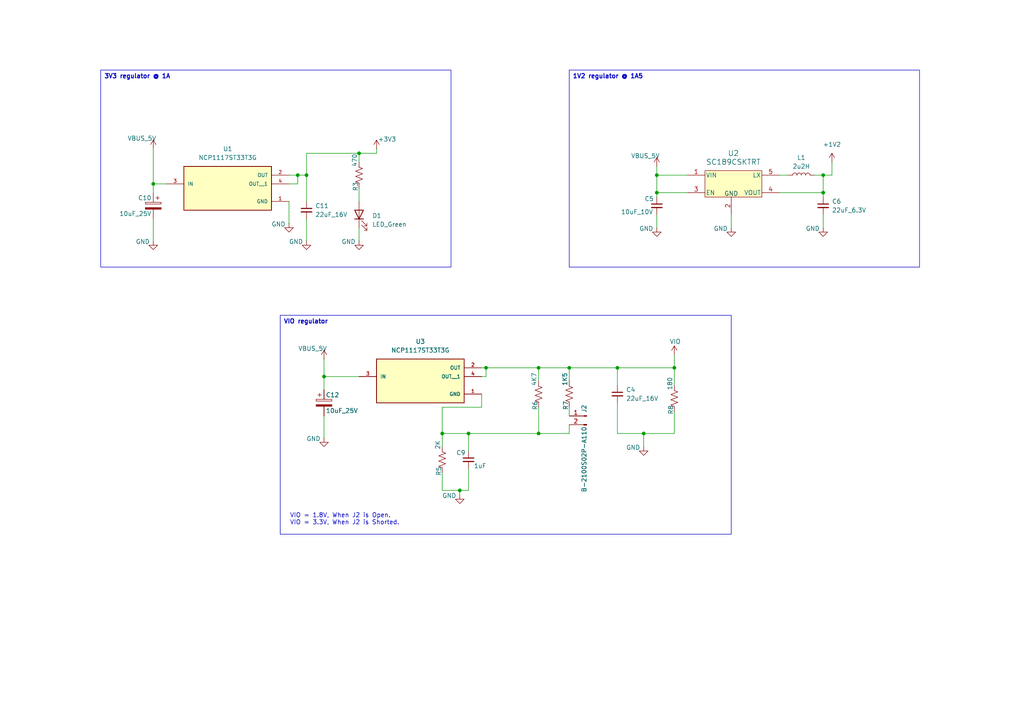
<source format=kicad_sch>
(kicad_sch
	(version 20250114)
	(generator "eeschema")
	(generator_version "9.0")
	(uuid "16984be2-977b-4e9e-911c-8fddb90c3586")
	(paper "A4")
	(lib_symbols
		(symbol "3.3V Linear Regulator:NCP1117ST33T3G"
			(pin_names
				(offset 1.016)
			)
			(exclude_from_sim no)
			(in_bom yes)
			(on_board yes)
			(property "Reference" "U"
				(at -10.1626 7.622 0)
				(effects
					(font
						(size 1.27 1.27)
					)
					(justify left bottom)
				)
			)
			(property "Value" "NCP1117ST33T3G"
				(at -12.7115 -10.1669 0)
				(effects
					(font
						(size 1.27 1.27)
					)
					(justify left bottom)
				)
			)
			(property "Footprint" "NCP1117ST33T3G:SOT230P700X180-4N"
				(at 0 0 0)
				(effects
					(font
						(size 1.27 1.27)
					)
					(justify bottom)
					(hide yes)
				)
			)
			(property "Datasheet" ""
				(at 0 0 0)
				(effects
					(font
						(size 1.27 1.27)
					)
					(hide yes)
				)
			)
			(property "Description" ""
				(at 0 0 0)
				(effects
					(font
						(size 1.27 1.27)
					)
					(hide yes)
				)
			)
			(property "MANUFACTURER" "ON Semiconductor"
				(at 0 0 0)
				(effects
					(font
						(size 1.27 1.27)
					)
					(justify bottom)
					(hide yes)
				)
			)
			(symbol "NCP1117ST33T3G_0_0"
				(rectangle
					(start -12.7 -7.62)
					(end 12.7 5.08)
					(stroke
						(width 0.254)
						(type default)
					)
					(fill
						(type background)
					)
				)
				(pin input line
					(at -17.78 0 0)
					(length 5.08)
					(name "IN"
						(effects
							(font
								(size 1.016 1.016)
							)
						)
					)
					(number "3"
						(effects
							(font
								(size 1.016 1.016)
							)
						)
					)
				)
				(pin output line
					(at 17.78 2.54 180)
					(length 5.08)
					(name "OUT"
						(effects
							(font
								(size 1.016 1.016)
							)
						)
					)
					(number "2"
						(effects
							(font
								(size 1.016 1.016)
							)
						)
					)
				)
				(pin output line
					(at 17.78 0 180)
					(length 5.08)
					(name "OUT__1"
						(effects
							(font
								(size 1.016 1.016)
							)
						)
					)
					(number "4"
						(effects
							(font
								(size 1.016 1.016)
							)
						)
					)
				)
				(pin power_in line
					(at 17.78 -5.08 180)
					(length 5.08)
					(name "GND"
						(effects
							(font
								(size 1.016 1.016)
							)
						)
					)
					(number "1"
						(effects
							(font
								(size 1.016 1.016)
							)
						)
					)
				)
			)
			(embedded_fonts no)
		)
		(symbol "Buck Regulators:SC189CSKTRT"
			(pin_names
				(offset 0.254)
			)
			(exclude_from_sim no)
			(in_bom yes)
			(on_board yes)
			(property "Reference" "U2"
				(at 15.875 6.35 0)
				(effects
					(font
						(size 1.524 1.524)
					)
				)
			)
			(property "Value" "SC189CSKTRT"
				(at 15.875 3.81 0)
				(effects
					(font
						(size 1.524 1.524)
					)
				)
			)
			(property "Footprint" "SOT_CSKTRT_SEM"
				(at 2.286 -8.382 0)
				(effects
					(font
						(size 1.27 1.27)
						(italic yes)
					)
					(hide yes)
				)
			)
			(property "Datasheet" "SC189CSKTRT"
				(at 0 0 0)
				(effects
					(font
						(size 1.27 1.27)
						(italic yes)
					)
					(hide yes)
				)
			)
			(property "Description" ""
				(at 0 0 0)
				(effects
					(font
						(size 1.27 1.27)
					)
					(hide yes)
				)
			)
			(property "ki_locked" ""
				(at 0 0 0)
				(effects
					(font
						(size 1.27 1.27)
					)
				)
			)
			(property "ki_keywords" "SC189CSKTRT"
				(at 0 0 0)
				(effects
					(font
						(size 1.27 1.27)
					)
					(hide yes)
				)
			)
			(property "ki_fp_filters" "SOT_CSKTRT_SEM SOT_CSKTRT_SEM-M SOT_CSKTRT_SEM-L"
				(at 0 0 0)
				(effects
					(font
						(size 1.27 1.27)
					)
					(hide yes)
				)
			)
			(symbol "SC189CSKTRT_1_1"
				(rectangle
					(start 7.62 1.27)
					(end 24.13 -6.35)
					(stroke
						(width 0)
						(type solid)
					)
					(fill
						(type background)
					)
				)
				(text "GND"
					(at 15.24 -5.334 0)
					(effects
						(font
							(size 1.27 1.27)
							(color 0 72 72 0.85)
						)
					)
				)
				(pin unspecified line
					(at 2.54 0 0)
					(length 5.08)
					(name "VIN"
						(effects
							(font
								(size 1.27 1.27)
							)
						)
					)
					(number "1"
						(effects
							(font
								(size 1.27 1.27)
							)
						)
					)
				)
				(pin unspecified line
					(at 2.54 -5.08 0)
					(length 5.08)
					(name "EN"
						(effects
							(font
								(size 1.27 1.27)
							)
						)
					)
					(number "3"
						(effects
							(font
								(size 1.27 1.27)
							)
						)
					)
				)
				(pin power_in line
					(at 15.24 -11.43 90)
					(length 5.08)
					(name ""
						(effects
							(font
								(size 1.27 1.27)
							)
						)
					)
					(number "2"
						(effects
							(font
								(size 1.27 1.27)
							)
						)
					)
				)
				(pin unspecified line
					(at 29.21 0 180)
					(length 5.08)
					(name "LX"
						(effects
							(font
								(size 1.27 1.27)
							)
						)
					)
					(number "5"
						(effects
							(font
								(size 1.27 1.27)
							)
						)
					)
				)
				(pin power_out line
					(at 29.21 -5.08 180)
					(length 5.08)
					(name "VOUT"
						(effects
							(font
								(size 1.27 1.27)
							)
						)
					)
					(number "4"
						(effects
							(font
								(size 1.27 1.27)
							)
						)
					)
				)
			)
			(embedded_fonts no)
		)
		(symbol "Connector:Conn_01x02_Pin"
			(pin_names
				(offset 1.016)
				(hide yes)
			)
			(exclude_from_sim no)
			(in_bom yes)
			(on_board yes)
			(property "Reference" "J"
				(at 0 2.54 0)
				(effects
					(font
						(size 1.27 1.27)
					)
				)
			)
			(property "Value" "Conn_01x02_Pin"
				(at 0 -5.08 0)
				(effects
					(font
						(size 1.27 1.27)
					)
				)
			)
			(property "Footprint" ""
				(at 0 0 0)
				(effects
					(font
						(size 1.27 1.27)
					)
					(hide yes)
				)
			)
			(property "Datasheet" "~"
				(at 0 0 0)
				(effects
					(font
						(size 1.27 1.27)
					)
					(hide yes)
				)
			)
			(property "Description" "Generic connector, single row, 01x02, script generated"
				(at 0 0 0)
				(effects
					(font
						(size 1.27 1.27)
					)
					(hide yes)
				)
			)
			(property "ki_locked" ""
				(at 0 0 0)
				(effects
					(font
						(size 1.27 1.27)
					)
				)
			)
			(property "ki_keywords" "connector"
				(at 0 0 0)
				(effects
					(font
						(size 1.27 1.27)
					)
					(hide yes)
				)
			)
			(property "ki_fp_filters" "Connector*:*_1x??_*"
				(at 0 0 0)
				(effects
					(font
						(size 1.27 1.27)
					)
					(hide yes)
				)
			)
			(symbol "Conn_01x02_Pin_1_1"
				(rectangle
					(start 0.8636 0.127)
					(end 0 -0.127)
					(stroke
						(width 0.1524)
						(type default)
					)
					(fill
						(type outline)
					)
				)
				(rectangle
					(start 0.8636 -2.413)
					(end 0 -2.667)
					(stroke
						(width 0.1524)
						(type default)
					)
					(fill
						(type outline)
					)
				)
				(polyline
					(pts
						(xy 1.27 0) (xy 0.8636 0)
					)
					(stroke
						(width 0.1524)
						(type default)
					)
					(fill
						(type none)
					)
				)
				(polyline
					(pts
						(xy 1.27 -2.54) (xy 0.8636 -2.54)
					)
					(stroke
						(width 0.1524)
						(type default)
					)
					(fill
						(type none)
					)
				)
				(pin passive line
					(at 5.08 0 180)
					(length 3.81)
					(name "Pin_1"
						(effects
							(font
								(size 1.27 1.27)
							)
						)
					)
					(number "1"
						(effects
							(font
								(size 1.27 1.27)
							)
						)
					)
				)
				(pin passive line
					(at 5.08 -2.54 180)
					(length 3.81)
					(name "Pin_2"
						(effects
							(font
								(size 1.27 1.27)
							)
						)
					)
					(number "2"
						(effects
							(font
								(size 1.27 1.27)
							)
						)
					)
				)
			)
			(embedded_fonts no)
		)
		(symbol "Device:C_Polarized"
			(pin_numbers
				(hide yes)
			)
			(pin_names
				(offset 0.254)
			)
			(exclude_from_sim no)
			(in_bom yes)
			(on_board yes)
			(property "Reference" "C"
				(at 0.635 2.54 0)
				(effects
					(font
						(size 1.27 1.27)
					)
					(justify left)
				)
			)
			(property "Value" "C_Polarized"
				(at 0.635 -2.54 0)
				(effects
					(font
						(size 1.27 1.27)
					)
					(justify left)
				)
			)
			(property "Footprint" ""
				(at 0.9652 -3.81 0)
				(effects
					(font
						(size 1.27 1.27)
					)
					(hide yes)
				)
			)
			(property "Datasheet" "~"
				(at 0 0 0)
				(effects
					(font
						(size 1.27 1.27)
					)
					(hide yes)
				)
			)
			(property "Description" "Polarized capacitor"
				(at 0 0 0)
				(effects
					(font
						(size 1.27 1.27)
					)
					(hide yes)
				)
			)
			(property "ki_keywords" "cap capacitor"
				(at 0 0 0)
				(effects
					(font
						(size 1.27 1.27)
					)
					(hide yes)
				)
			)
			(property "ki_fp_filters" "CP_*"
				(at 0 0 0)
				(effects
					(font
						(size 1.27 1.27)
					)
					(hide yes)
				)
			)
			(symbol "C_Polarized_0_1"
				(rectangle
					(start -2.286 0.508)
					(end 2.286 1.016)
					(stroke
						(width 0)
						(type default)
					)
					(fill
						(type none)
					)
				)
				(polyline
					(pts
						(xy -1.778 2.286) (xy -0.762 2.286)
					)
					(stroke
						(width 0)
						(type default)
					)
					(fill
						(type none)
					)
				)
				(polyline
					(pts
						(xy -1.27 2.794) (xy -1.27 1.778)
					)
					(stroke
						(width 0)
						(type default)
					)
					(fill
						(type none)
					)
				)
				(rectangle
					(start 2.286 -0.508)
					(end -2.286 -1.016)
					(stroke
						(width 0)
						(type default)
					)
					(fill
						(type outline)
					)
				)
			)
			(symbol "C_Polarized_1_1"
				(pin passive line
					(at 0 3.81 270)
					(length 2.794)
					(name "~"
						(effects
							(font
								(size 1.27 1.27)
							)
						)
					)
					(number "1"
						(effects
							(font
								(size 1.27 1.27)
							)
						)
					)
				)
				(pin passive line
					(at 0 -3.81 90)
					(length 2.794)
					(name "~"
						(effects
							(font
								(size 1.27 1.27)
							)
						)
					)
					(number "2"
						(effects
							(font
								(size 1.27 1.27)
							)
						)
					)
				)
			)
			(embedded_fonts no)
		)
		(symbol "Device:C_Small"
			(pin_numbers
				(hide yes)
			)
			(pin_names
				(offset 0.254)
				(hide yes)
			)
			(exclude_from_sim no)
			(in_bom yes)
			(on_board yes)
			(property "Reference" "C"
				(at 0.254 1.778 0)
				(effects
					(font
						(size 1.27 1.27)
					)
					(justify left)
				)
			)
			(property "Value" "C_Small"
				(at 0.254 -2.032 0)
				(effects
					(font
						(size 1.27 1.27)
					)
					(justify left)
				)
			)
			(property "Footprint" ""
				(at 0 0 0)
				(effects
					(font
						(size 1.27 1.27)
					)
					(hide yes)
				)
			)
			(property "Datasheet" "~"
				(at 0 0 0)
				(effects
					(font
						(size 1.27 1.27)
					)
					(hide yes)
				)
			)
			(property "Description" "Unpolarized capacitor, small symbol"
				(at 0 0 0)
				(effects
					(font
						(size 1.27 1.27)
					)
					(hide yes)
				)
			)
			(property "ki_keywords" "capacitor cap"
				(at 0 0 0)
				(effects
					(font
						(size 1.27 1.27)
					)
					(hide yes)
				)
			)
			(property "ki_fp_filters" "C_*"
				(at 0 0 0)
				(effects
					(font
						(size 1.27 1.27)
					)
					(hide yes)
				)
			)
			(symbol "C_Small_0_1"
				(polyline
					(pts
						(xy -1.524 0.508) (xy 1.524 0.508)
					)
					(stroke
						(width 0.3048)
						(type default)
					)
					(fill
						(type none)
					)
				)
				(polyline
					(pts
						(xy -1.524 -0.508) (xy 1.524 -0.508)
					)
					(stroke
						(width 0.3302)
						(type default)
					)
					(fill
						(type none)
					)
				)
			)
			(symbol "C_Small_1_1"
				(pin passive line
					(at 0 2.54 270)
					(length 2.032)
					(name "~"
						(effects
							(font
								(size 1.27 1.27)
							)
						)
					)
					(number "1"
						(effects
							(font
								(size 1.27 1.27)
							)
						)
					)
				)
				(pin passive line
					(at 0 -2.54 90)
					(length 2.032)
					(name "~"
						(effects
							(font
								(size 1.27 1.27)
							)
						)
					)
					(number "2"
						(effects
							(font
								(size 1.27 1.27)
							)
						)
					)
				)
			)
			(embedded_fonts no)
		)
		(symbol "Device:L"
			(pin_numbers
				(hide yes)
			)
			(pin_names
				(offset 1.016)
				(hide yes)
			)
			(exclude_from_sim no)
			(in_bom yes)
			(on_board yes)
			(property "Reference" "L"
				(at -1.27 0 90)
				(effects
					(font
						(size 1.27 1.27)
					)
				)
			)
			(property "Value" "L"
				(at 1.905 0 90)
				(effects
					(font
						(size 1.27 1.27)
					)
				)
			)
			(property "Footprint" ""
				(at 0 0 0)
				(effects
					(font
						(size 1.27 1.27)
					)
					(hide yes)
				)
			)
			(property "Datasheet" "~"
				(at 0 0 0)
				(effects
					(font
						(size 1.27 1.27)
					)
					(hide yes)
				)
			)
			(property "Description" "Inductor"
				(at 0 0 0)
				(effects
					(font
						(size 1.27 1.27)
					)
					(hide yes)
				)
			)
			(property "ki_keywords" "inductor choke coil reactor magnetic"
				(at 0 0 0)
				(effects
					(font
						(size 1.27 1.27)
					)
					(hide yes)
				)
			)
			(property "ki_fp_filters" "Choke_* *Coil* Inductor_* L_*"
				(at 0 0 0)
				(effects
					(font
						(size 1.27 1.27)
					)
					(hide yes)
				)
			)
			(symbol "L_0_1"
				(arc
					(start 0 2.54)
					(mid 0.6323 1.905)
					(end 0 1.27)
					(stroke
						(width 0)
						(type default)
					)
					(fill
						(type none)
					)
				)
				(arc
					(start 0 1.27)
					(mid 0.6323 0.635)
					(end 0 0)
					(stroke
						(width 0)
						(type default)
					)
					(fill
						(type none)
					)
				)
				(arc
					(start 0 0)
					(mid 0.6323 -0.635)
					(end 0 -1.27)
					(stroke
						(width 0)
						(type default)
					)
					(fill
						(type none)
					)
				)
				(arc
					(start 0 -1.27)
					(mid 0.6323 -1.905)
					(end 0 -2.54)
					(stroke
						(width 0)
						(type default)
					)
					(fill
						(type none)
					)
				)
			)
			(symbol "L_1_1"
				(pin passive line
					(at 0 3.81 270)
					(length 1.27)
					(name "1"
						(effects
							(font
								(size 1.27 1.27)
							)
						)
					)
					(number "1"
						(effects
							(font
								(size 1.27 1.27)
							)
						)
					)
				)
				(pin passive line
					(at 0 -3.81 90)
					(length 1.27)
					(name "2"
						(effects
							(font
								(size 1.27 1.27)
							)
						)
					)
					(number "2"
						(effects
							(font
								(size 1.27 1.27)
							)
						)
					)
				)
			)
			(embedded_fonts no)
		)
		(symbol "Device:LED"
			(pin_numbers
				(hide yes)
			)
			(pin_names
				(offset 1.016)
				(hide yes)
			)
			(exclude_from_sim no)
			(in_bom yes)
			(on_board yes)
			(property "Reference" "D"
				(at 0 2.54 0)
				(effects
					(font
						(size 1.27 1.27)
					)
				)
			)
			(property "Value" "LED"
				(at 0 -2.54 0)
				(effects
					(font
						(size 1.27 1.27)
					)
				)
			)
			(property "Footprint" ""
				(at 0 0 0)
				(effects
					(font
						(size 1.27 1.27)
					)
					(hide yes)
				)
			)
			(property "Datasheet" "~"
				(at 0 0 0)
				(effects
					(font
						(size 1.27 1.27)
					)
					(hide yes)
				)
			)
			(property "Description" "Light emitting diode"
				(at 0 0 0)
				(effects
					(font
						(size 1.27 1.27)
					)
					(hide yes)
				)
			)
			(property "Sim.Pins" "1=K 2=A"
				(at 0 0 0)
				(effects
					(font
						(size 1.27 1.27)
					)
					(hide yes)
				)
			)
			(property "ki_keywords" "LED diode"
				(at 0 0 0)
				(effects
					(font
						(size 1.27 1.27)
					)
					(hide yes)
				)
			)
			(property "ki_fp_filters" "LED* LED_SMD:* LED_THT:*"
				(at 0 0 0)
				(effects
					(font
						(size 1.27 1.27)
					)
					(hide yes)
				)
			)
			(symbol "LED_0_1"
				(polyline
					(pts
						(xy -3.048 -0.762) (xy -4.572 -2.286) (xy -3.81 -2.286) (xy -4.572 -2.286) (xy -4.572 -1.524)
					)
					(stroke
						(width 0)
						(type default)
					)
					(fill
						(type none)
					)
				)
				(polyline
					(pts
						(xy -1.778 -0.762) (xy -3.302 -2.286) (xy -2.54 -2.286) (xy -3.302 -2.286) (xy -3.302 -1.524)
					)
					(stroke
						(width 0)
						(type default)
					)
					(fill
						(type none)
					)
				)
				(polyline
					(pts
						(xy -1.27 0) (xy 1.27 0)
					)
					(stroke
						(width 0)
						(type default)
					)
					(fill
						(type none)
					)
				)
				(polyline
					(pts
						(xy -1.27 -1.27) (xy -1.27 1.27)
					)
					(stroke
						(width 0.254)
						(type default)
					)
					(fill
						(type none)
					)
				)
				(polyline
					(pts
						(xy 1.27 -1.27) (xy 1.27 1.27) (xy -1.27 0) (xy 1.27 -1.27)
					)
					(stroke
						(width 0.254)
						(type default)
					)
					(fill
						(type none)
					)
				)
			)
			(symbol "LED_1_1"
				(pin passive line
					(at -3.81 0 0)
					(length 2.54)
					(name "K"
						(effects
							(font
								(size 1.27 1.27)
							)
						)
					)
					(number "1"
						(effects
							(font
								(size 1.27 1.27)
							)
						)
					)
				)
				(pin passive line
					(at 3.81 0 180)
					(length 2.54)
					(name "A"
						(effects
							(font
								(size 1.27 1.27)
							)
						)
					)
					(number "2"
						(effects
							(font
								(size 1.27 1.27)
							)
						)
					)
				)
			)
			(embedded_fonts no)
		)
		(symbol "Device:R_US"
			(pin_numbers
				(hide yes)
			)
			(pin_names
				(offset 0)
			)
			(exclude_from_sim no)
			(in_bom yes)
			(on_board yes)
			(property "Reference" "R"
				(at 2.54 0 90)
				(effects
					(font
						(size 1.27 1.27)
					)
				)
			)
			(property "Value" "R_US"
				(at -2.54 0 90)
				(effects
					(font
						(size 1.27 1.27)
					)
				)
			)
			(property "Footprint" ""
				(at 1.016 -0.254 90)
				(effects
					(font
						(size 1.27 1.27)
					)
					(hide yes)
				)
			)
			(property "Datasheet" "~"
				(at 0 0 0)
				(effects
					(font
						(size 1.27 1.27)
					)
					(hide yes)
				)
			)
			(property "Description" "Resistor, US symbol"
				(at 0 0 0)
				(effects
					(font
						(size 1.27 1.27)
					)
					(hide yes)
				)
			)
			(property "ki_keywords" "R res resistor"
				(at 0 0 0)
				(effects
					(font
						(size 1.27 1.27)
					)
					(hide yes)
				)
			)
			(property "ki_fp_filters" "R_*"
				(at 0 0 0)
				(effects
					(font
						(size 1.27 1.27)
					)
					(hide yes)
				)
			)
			(symbol "R_US_0_1"
				(polyline
					(pts
						(xy 0 2.286) (xy 0 2.54)
					)
					(stroke
						(width 0)
						(type default)
					)
					(fill
						(type none)
					)
				)
				(polyline
					(pts
						(xy 0 2.286) (xy 1.016 1.905) (xy 0 1.524) (xy -1.016 1.143) (xy 0 0.762)
					)
					(stroke
						(width 0)
						(type default)
					)
					(fill
						(type none)
					)
				)
				(polyline
					(pts
						(xy 0 0.762) (xy 1.016 0.381) (xy 0 0) (xy -1.016 -0.381) (xy 0 -0.762)
					)
					(stroke
						(width 0)
						(type default)
					)
					(fill
						(type none)
					)
				)
				(polyline
					(pts
						(xy 0 -0.762) (xy 1.016 -1.143) (xy 0 -1.524) (xy -1.016 -1.905) (xy 0 -2.286)
					)
					(stroke
						(width 0)
						(type default)
					)
					(fill
						(type none)
					)
				)
				(polyline
					(pts
						(xy 0 -2.286) (xy 0 -2.54)
					)
					(stroke
						(width 0)
						(type default)
					)
					(fill
						(type none)
					)
				)
			)
			(symbol "R_US_1_1"
				(pin passive line
					(at 0 3.81 270)
					(length 1.27)
					(name "~"
						(effects
							(font
								(size 1.27 1.27)
							)
						)
					)
					(number "1"
						(effects
							(font
								(size 1.27 1.27)
							)
						)
					)
				)
				(pin passive line
					(at 0 -3.81 90)
					(length 1.27)
					(name "~"
						(effects
							(font
								(size 1.27 1.27)
							)
						)
					)
					(number "2"
						(effects
							(font
								(size 1.27 1.27)
							)
						)
					)
				)
			)
			(embedded_fonts no)
		)
		(symbol "power:+1V2"
			(power)
			(pin_numbers
				(hide yes)
			)
			(pin_names
				(offset 0)
				(hide yes)
			)
			(exclude_from_sim no)
			(in_bom yes)
			(on_board yes)
			(property "Reference" "#PWR"
				(at 0 -3.81 0)
				(effects
					(font
						(size 1.27 1.27)
					)
					(hide yes)
				)
			)
			(property "Value" "+1V2"
				(at 0 3.556 0)
				(effects
					(font
						(size 1.27 1.27)
					)
				)
			)
			(property "Footprint" ""
				(at 0 0 0)
				(effects
					(font
						(size 1.27 1.27)
					)
					(hide yes)
				)
			)
			(property "Datasheet" ""
				(at 0 0 0)
				(effects
					(font
						(size 1.27 1.27)
					)
					(hide yes)
				)
			)
			(property "Description" "Power symbol creates a global label with name \"+1V2\""
				(at 0 0 0)
				(effects
					(font
						(size 1.27 1.27)
					)
					(hide yes)
				)
			)
			(property "ki_keywords" "global power"
				(at 0 0 0)
				(effects
					(font
						(size 1.27 1.27)
					)
					(hide yes)
				)
			)
			(symbol "+1V2_0_1"
				(polyline
					(pts
						(xy -0.762 1.27) (xy 0 2.54)
					)
					(stroke
						(width 0)
						(type default)
					)
					(fill
						(type none)
					)
				)
				(polyline
					(pts
						(xy 0 2.54) (xy 0.762 1.27)
					)
					(stroke
						(width 0)
						(type default)
					)
					(fill
						(type none)
					)
				)
				(polyline
					(pts
						(xy 0 0) (xy 0 2.54)
					)
					(stroke
						(width 0)
						(type default)
					)
					(fill
						(type none)
					)
				)
			)
			(symbol "+1V2_1_1"
				(pin power_in line
					(at 0 0 90)
					(length 0)
					(name "~"
						(effects
							(font
								(size 1.27 1.27)
							)
						)
					)
					(number "1"
						(effects
							(font
								(size 1.27 1.27)
							)
						)
					)
				)
			)
			(embedded_fonts no)
		)
		(symbol "power:+3V3"
			(power)
			(pin_numbers
				(hide yes)
			)
			(pin_names
				(offset 0)
				(hide yes)
			)
			(exclude_from_sim no)
			(in_bom yes)
			(on_board yes)
			(property "Reference" "#PWR"
				(at 0 -3.81 0)
				(effects
					(font
						(size 1.27 1.27)
					)
					(hide yes)
				)
			)
			(property "Value" "+3V3"
				(at 0 3.556 0)
				(effects
					(font
						(size 1.27 1.27)
					)
				)
			)
			(property "Footprint" ""
				(at 0 0 0)
				(effects
					(font
						(size 1.27 1.27)
					)
					(hide yes)
				)
			)
			(property "Datasheet" ""
				(at 0 0 0)
				(effects
					(font
						(size 1.27 1.27)
					)
					(hide yes)
				)
			)
			(property "Description" "Power symbol creates a global label with name \"+3V3\""
				(at 0 0 0)
				(effects
					(font
						(size 1.27 1.27)
					)
					(hide yes)
				)
			)
			(property "ki_keywords" "global power"
				(at 0 0 0)
				(effects
					(font
						(size 1.27 1.27)
					)
					(hide yes)
				)
			)
			(symbol "+3V3_0_1"
				(polyline
					(pts
						(xy -0.762 1.27) (xy 0 2.54)
					)
					(stroke
						(width 0)
						(type default)
					)
					(fill
						(type none)
					)
				)
				(polyline
					(pts
						(xy 0 2.54) (xy 0.762 1.27)
					)
					(stroke
						(width 0)
						(type default)
					)
					(fill
						(type none)
					)
				)
				(polyline
					(pts
						(xy 0 0) (xy 0 2.54)
					)
					(stroke
						(width 0)
						(type default)
					)
					(fill
						(type none)
					)
				)
			)
			(symbol "+3V3_1_1"
				(pin power_in line
					(at 0 0 90)
					(length 0)
					(name "~"
						(effects
							(font
								(size 1.27 1.27)
							)
						)
					)
					(number "1"
						(effects
							(font
								(size 1.27 1.27)
							)
						)
					)
				)
			)
			(embedded_fonts no)
		)
		(symbol "power:GND"
			(power)
			(pin_numbers
				(hide yes)
			)
			(pin_names
				(offset 0)
				(hide yes)
			)
			(exclude_from_sim no)
			(in_bom yes)
			(on_board yes)
			(property "Reference" "#PWR"
				(at 0 -6.35 0)
				(effects
					(font
						(size 1.27 1.27)
					)
					(hide yes)
				)
			)
			(property "Value" "GND"
				(at 0 -3.81 0)
				(effects
					(font
						(size 1.27 1.27)
					)
				)
			)
			(property "Footprint" ""
				(at 0 0 0)
				(effects
					(font
						(size 1.27 1.27)
					)
					(hide yes)
				)
			)
			(property "Datasheet" ""
				(at 0 0 0)
				(effects
					(font
						(size 1.27 1.27)
					)
					(hide yes)
				)
			)
			(property "Description" "Power symbol creates a global label with name \"GND\" , ground"
				(at 0 0 0)
				(effects
					(font
						(size 1.27 1.27)
					)
					(hide yes)
				)
			)
			(property "ki_keywords" "global power"
				(at 0 0 0)
				(effects
					(font
						(size 1.27 1.27)
					)
					(hide yes)
				)
			)
			(symbol "GND_0_1"
				(polyline
					(pts
						(xy 0 0) (xy 0 -1.27) (xy 1.27 -1.27) (xy 0 -2.54) (xy -1.27 -1.27) (xy 0 -1.27)
					)
					(stroke
						(width 0)
						(type default)
					)
					(fill
						(type none)
					)
				)
			)
			(symbol "GND_1_1"
				(pin power_in line
					(at 0 0 270)
					(length 0)
					(name "~"
						(effects
							(font
								(size 1.27 1.27)
							)
						)
					)
					(number "1"
						(effects
							(font
								(size 1.27 1.27)
							)
						)
					)
				)
			)
			(embedded_fonts no)
		)
		(symbol "power:VBUS"
			(power)
			(pin_numbers
				(hide yes)
			)
			(pin_names
				(offset 0)
				(hide yes)
			)
			(exclude_from_sim no)
			(in_bom yes)
			(on_board yes)
			(property "Reference" "#PWR"
				(at 0 -3.81 0)
				(effects
					(font
						(size 1.27 1.27)
					)
					(hide yes)
				)
			)
			(property "Value" "VBUS"
				(at 0 3.556 0)
				(effects
					(font
						(size 1.27 1.27)
					)
				)
			)
			(property "Footprint" ""
				(at 0 0 0)
				(effects
					(font
						(size 1.27 1.27)
					)
					(hide yes)
				)
			)
			(property "Datasheet" ""
				(at 0 0 0)
				(effects
					(font
						(size 1.27 1.27)
					)
					(hide yes)
				)
			)
			(property "Description" "Power symbol creates a global label with name \"VBUS\""
				(at 0 0 0)
				(effects
					(font
						(size 1.27 1.27)
					)
					(hide yes)
				)
			)
			(property "ki_keywords" "global power"
				(at 0 0 0)
				(effects
					(font
						(size 1.27 1.27)
					)
					(hide yes)
				)
			)
			(symbol "VBUS_0_1"
				(polyline
					(pts
						(xy -0.762 1.27) (xy 0 2.54)
					)
					(stroke
						(width 0)
						(type default)
					)
					(fill
						(type none)
					)
				)
				(polyline
					(pts
						(xy 0 2.54) (xy 0.762 1.27)
					)
					(stroke
						(width 0)
						(type default)
					)
					(fill
						(type none)
					)
				)
				(polyline
					(pts
						(xy 0 0) (xy 0 2.54)
					)
					(stroke
						(width 0)
						(type default)
					)
					(fill
						(type none)
					)
				)
			)
			(symbol "VBUS_1_1"
				(pin power_in line
					(at 0 0 90)
					(length 0)
					(name "~"
						(effects
							(font
								(size 1.27 1.27)
							)
						)
					)
					(number "1"
						(effects
							(font
								(size 1.27 1.27)
							)
						)
					)
				)
			)
			(embedded_fonts no)
		)
		(symbol "power:VCC"
			(power)
			(pin_numbers
				(hide yes)
			)
			(pin_names
				(offset 0)
				(hide yes)
			)
			(exclude_from_sim no)
			(in_bom yes)
			(on_board yes)
			(property "Reference" "#PWR"
				(at 0 -3.81 0)
				(effects
					(font
						(size 1.27 1.27)
					)
					(hide yes)
				)
			)
			(property "Value" "VCC"
				(at 0 3.556 0)
				(effects
					(font
						(size 1.27 1.27)
					)
				)
			)
			(property "Footprint" ""
				(at 0 0 0)
				(effects
					(font
						(size 1.27 1.27)
					)
					(hide yes)
				)
			)
			(property "Datasheet" ""
				(at 0 0 0)
				(effects
					(font
						(size 1.27 1.27)
					)
					(hide yes)
				)
			)
			(property "Description" "Power symbol creates a global label with name \"VCC\""
				(at 0 0 0)
				(effects
					(font
						(size 1.27 1.27)
					)
					(hide yes)
				)
			)
			(property "ki_keywords" "global power"
				(at 0 0 0)
				(effects
					(font
						(size 1.27 1.27)
					)
					(hide yes)
				)
			)
			(symbol "VCC_0_1"
				(polyline
					(pts
						(xy -0.762 1.27) (xy 0 2.54)
					)
					(stroke
						(width 0)
						(type default)
					)
					(fill
						(type none)
					)
				)
				(polyline
					(pts
						(xy 0 2.54) (xy 0.762 1.27)
					)
					(stroke
						(width 0)
						(type default)
					)
					(fill
						(type none)
					)
				)
				(polyline
					(pts
						(xy 0 0) (xy 0 2.54)
					)
					(stroke
						(width 0)
						(type default)
					)
					(fill
						(type none)
					)
				)
			)
			(symbol "VCC_1_1"
				(pin power_in line
					(at 0 0 90)
					(length 0)
					(name "~"
						(effects
							(font
								(size 1.27 1.27)
							)
						)
					)
					(number "1"
						(effects
							(font
								(size 1.27 1.27)
							)
						)
					)
				)
			)
			(embedded_fonts no)
		)
	)
	(text "VIO = 1.8V, When J2 is Open.\nVIO = 3.3V, When J2 is Shorted."
		(exclude_from_sim no)
		(at 84.074 150.622 0)
		(effects
			(font
				(size 1.27 1.27)
			)
			(justify left)
		)
		(uuid "415aab01-b28c-4a24-9ef2-c56d569c39bb")
	)
	(text_box "3V3 regulator @ 1A\n\n"
		(exclude_from_sim no)
		(at 29.21 20.32 0)
		(size 101.6 57.15)
		(margins 0.9525 0.9525 0.9525 0.9525)
		(stroke
			(width 0)
			(type solid)
		)
		(fill
			(type none)
		)
		(effects
			(font
				(size 1.27 1.27)
				(thickness 0.254)
				(bold yes)
			)
			(justify left top)
		)
		(uuid "941de234-e980-4593-bdbe-54b7df45e883")
	)
	(text_box "VIO regulator\n"
		(exclude_from_sim no)
		(at 81.28 91.44 0)
		(size 130.81 63.5)
		(margins 0.9525 0.9525 0.9525 0.9525)
		(stroke
			(width 0)
			(type solid)
		)
		(fill
			(type none)
		)
		(effects
			(font
				(size 1.27 1.27)
				(thickness 0.254)
				(bold yes)
			)
			(justify left top)
		)
		(uuid "d8114584-505c-4e4a-8190-c88f9756466a")
	)
	(text_box "1V2 regulator @ 1A5\n"
		(exclude_from_sim no)
		(at 165.1 20.32 0)
		(size 101.6 57.15)
		(margins 0.9525 0.9525 0.9525 0.9525)
		(stroke
			(width 0)
			(type solid)
		)
		(fill
			(type none)
		)
		(effects
			(font
				(size 1.27 1.27)
				(thickness 0.254)
				(bold yes)
			)
			(justify left top)
		)
		(uuid "dcb4dfa6-0b64-46e3-a658-68f5f160cf62")
	)
	(junction
		(at 93.98 109.22)
		(diameter 0)
		(color 0 0 0 0)
		(uuid "030d2b96-31ee-4f28-9e1d-e9712bb026af")
	)
	(junction
		(at 44.45 53.34)
		(diameter 0)
		(color 0 0 0 0)
		(uuid "13d156a5-051f-42d1-ba03-7f8e8e725ec7")
	)
	(junction
		(at 133.35 142.24)
		(diameter 0)
		(color 0 0 0 0)
		(uuid "146d1519-9a12-459d-aa3c-721be09905c8")
	)
	(junction
		(at 86.36 50.8)
		(diameter 0)
		(color 0 0 0 0)
		(uuid "15be83ac-20bd-47e3-a554-83316fedb795")
	)
	(junction
		(at 179.07 106.68)
		(diameter 0)
		(color 0 0 0 0)
		(uuid "2e04b79f-3184-4105-94fb-27f280351204")
	)
	(junction
		(at 190.5 55.88)
		(diameter 0)
		(color 0 0 0 0)
		(uuid "47ab1eda-2402-4747-baa6-e0895101e895")
	)
	(junction
		(at 128.27 125.73)
		(diameter 0)
		(color 0 0 0 0)
		(uuid "48f3b7e5-bb1d-4978-81b8-cbe61eaba281")
	)
	(junction
		(at 88.9 50.8)
		(diameter 0)
		(color 0 0 0 0)
		(uuid "5147a15e-2493-4380-89c2-3221670638d5")
	)
	(junction
		(at 165.1 106.68)
		(diameter 0)
		(color 0 0 0 0)
		(uuid "5e072566-a234-49a2-81f8-214c965ab6e7")
	)
	(junction
		(at 135.89 125.73)
		(diameter 0)
		(color 0 0 0 0)
		(uuid "62ff513b-1ad9-4bad-94db-8347856c2519")
	)
	(junction
		(at 195.58 106.68)
		(diameter 0)
		(color 0 0 0 0)
		(uuid "6e76b7f7-527f-4150-b173-b1335fee5c36")
	)
	(junction
		(at 186.69 125.73)
		(diameter 0)
		(color 0 0 0 0)
		(uuid "8a7af828-098d-498e-932c-4bfd72156800")
	)
	(junction
		(at 190.5 50.8)
		(diameter 0)
		(color 0 0 0 0)
		(uuid "8bfba371-d8da-4629-8b16-f4520586eb13")
	)
	(junction
		(at 156.21 106.68)
		(diameter 0)
		(color 0 0 0 0)
		(uuid "9662dded-14b1-48f7-8ce9-8951bff9dee7")
	)
	(junction
		(at 140.97 106.68)
		(diameter 0)
		(color 0 0 0 0)
		(uuid "97747ab7-0fa9-4e43-8e87-f24760caa7cc")
	)
	(junction
		(at 238.76 55.88)
		(diameter 0)
		(color 0 0 0 0)
		(uuid "ca819377-00a2-43cc-bc95-8c7c5681fe5d")
	)
	(junction
		(at 238.76 50.8)
		(diameter 0)
		(color 0 0 0 0)
		(uuid "cdd8e52f-a93c-4987-a240-c8e7be945739")
	)
	(junction
		(at 104.14 44.45)
		(diameter 0)
		(color 0 0 0 0)
		(uuid "da006dfa-3ed8-42a2-ac01-73b184b23368")
	)
	(junction
		(at 156.21 125.73)
		(diameter 0)
		(color 0 0 0 0)
		(uuid "dfcdf59e-a72c-40ba-b6bb-483d36080302")
	)
	(wire
		(pts
			(xy 83.82 50.8) (xy 86.36 50.8)
		)
		(stroke
			(width 0)
			(type default)
		)
		(uuid "003d7217-03c1-4c32-906d-962c53dc4600")
	)
	(wire
		(pts
			(xy 88.9 63.5) (xy 88.9 69.85)
		)
		(stroke
			(width 0)
			(type default)
		)
		(uuid "0dd9aab8-3d66-4839-b9b1-dd4de593ac2f")
	)
	(wire
		(pts
			(xy 212.09 62.23) (xy 212.09 66.04)
		)
		(stroke
			(width 0)
			(type default)
		)
		(uuid "0df70dd9-e16b-4c06-85bc-4f0b8aac4199")
	)
	(wire
		(pts
			(xy 195.58 102.87) (xy 195.58 106.68)
		)
		(stroke
			(width 0)
			(type default)
		)
		(uuid "0e3e9df8-42e0-4250-b456-c148231be7f6")
	)
	(wire
		(pts
			(xy 139.7 114.3) (xy 139.7 118.11)
		)
		(stroke
			(width 0)
			(type default)
		)
		(uuid "1547465f-e17f-494e-87be-3e267308a013")
	)
	(wire
		(pts
			(xy 179.07 106.68) (xy 195.58 106.68)
		)
		(stroke
			(width 0)
			(type default)
		)
		(uuid "19d32ff5-eb46-4398-bf7b-2eed4182c741")
	)
	(wire
		(pts
			(xy 190.5 48.26) (xy 190.5 50.8)
		)
		(stroke
			(width 0)
			(type default)
		)
		(uuid "1c0f7b33-3a88-49e5-9ef2-0191ca452736")
	)
	(wire
		(pts
			(xy 190.5 62.23) (xy 190.5 66.04)
		)
		(stroke
			(width 0)
			(type default)
		)
		(uuid "21337962-75d0-4b3a-9c92-c73fd0d3fd3f")
	)
	(wire
		(pts
			(xy 128.27 125.73) (xy 128.27 129.54)
		)
		(stroke
			(width 0)
			(type default)
		)
		(uuid "29a40789-0906-4444-bed3-3f75423cc690")
	)
	(wire
		(pts
			(xy 104.14 44.45) (xy 104.14 46.99)
		)
		(stroke
			(width 0)
			(type default)
		)
		(uuid "2a7da6cd-5ffa-457f-9477-013a183c0f75")
	)
	(wire
		(pts
			(xy 238.76 55.88) (xy 238.76 57.15)
		)
		(stroke
			(width 0)
			(type default)
		)
		(uuid "2cacc2b5-8cb2-4102-a3c6-c319791149aa")
	)
	(wire
		(pts
			(xy 186.69 125.73) (xy 195.58 125.73)
		)
		(stroke
			(width 0)
			(type default)
		)
		(uuid "2e4e8ae9-7772-4eea-b4ca-ce4e3236b67a")
	)
	(wire
		(pts
			(xy 128.27 118.11) (xy 128.27 125.73)
		)
		(stroke
			(width 0)
			(type default)
		)
		(uuid "3040461b-247a-46b1-b575-8c691e5e4260")
	)
	(wire
		(pts
			(xy 86.36 50.8) (xy 88.9 50.8)
		)
		(stroke
			(width 0)
			(type default)
		)
		(uuid "31238ea3-af67-4607-96d4-f512f180d32e")
	)
	(wire
		(pts
			(xy 104.14 54.61) (xy 104.14 58.42)
		)
		(stroke
			(width 0)
			(type default)
		)
		(uuid "31874cc3-e353-4200-bac0-22cfac62b01b")
	)
	(wire
		(pts
			(xy 226.06 55.88) (xy 238.76 55.88)
		)
		(stroke
			(width 0)
			(type default)
		)
		(uuid "3700e336-fba8-4d87-bda4-a371a47d9087")
	)
	(wire
		(pts
			(xy 139.7 109.22) (xy 140.97 109.22)
		)
		(stroke
			(width 0)
			(type default)
		)
		(uuid "38a7bb20-c9f0-4a39-8d0e-a89039bfb932")
	)
	(wire
		(pts
			(xy 86.36 53.34) (xy 86.36 50.8)
		)
		(stroke
			(width 0)
			(type default)
		)
		(uuid "4007e631-c3c7-418a-b767-18ea782ac8ce")
	)
	(wire
		(pts
			(xy 190.5 50.8) (xy 199.39 50.8)
		)
		(stroke
			(width 0)
			(type default)
		)
		(uuid "43a3a174-d358-4371-bacd-bf72e0b64639")
	)
	(wire
		(pts
			(xy 195.58 106.68) (xy 195.58 111.76)
		)
		(stroke
			(width 0)
			(type default)
		)
		(uuid "44d26837-8172-4523-9fe2-c65c0816da03")
	)
	(wire
		(pts
			(xy 139.7 118.11) (xy 128.27 118.11)
		)
		(stroke
			(width 0)
			(type default)
		)
		(uuid "45478780-4701-4afa-ba6e-c18111fa166c")
	)
	(wire
		(pts
			(xy 236.22 50.8) (xy 238.76 50.8)
		)
		(stroke
			(width 0)
			(type default)
		)
		(uuid "4a4eee19-f6b1-4dd8-9a89-4f23d9f05662")
	)
	(wire
		(pts
			(xy 165.1 123.19) (xy 165.1 125.73)
		)
		(stroke
			(width 0)
			(type default)
		)
		(uuid "5098f4f2-f5a8-4599-b41e-ef8c228e1a2a")
	)
	(wire
		(pts
			(xy 238.76 50.8) (xy 241.3 50.8)
		)
		(stroke
			(width 0)
			(type default)
		)
		(uuid "5855a708-3fdb-4d53-a5da-340a439146aa")
	)
	(wire
		(pts
			(xy 179.07 106.68) (xy 179.07 111.76)
		)
		(stroke
			(width 0)
			(type default)
		)
		(uuid "59cf06e0-695d-46ee-9814-88fef009948b")
	)
	(wire
		(pts
			(xy 88.9 44.45) (xy 104.14 44.45)
		)
		(stroke
			(width 0)
			(type default)
		)
		(uuid "5a09aaae-ca81-4b75-8ec0-c58ccbd1fe22")
	)
	(wire
		(pts
			(xy 195.58 125.73) (xy 195.58 119.38)
		)
		(stroke
			(width 0)
			(type default)
		)
		(uuid "658f0be0-4c61-445b-97c2-7851686b5e2a")
	)
	(wire
		(pts
			(xy 190.5 55.88) (xy 190.5 57.15)
		)
		(stroke
			(width 0)
			(type default)
		)
		(uuid "68e4b4c1-959f-4b97-8100-af1e3197f531")
	)
	(wire
		(pts
			(xy 165.1 118.11) (xy 165.1 120.65)
		)
		(stroke
			(width 0)
			(type default)
		)
		(uuid "76f3dcce-298a-4288-b931-301969a51e5d")
	)
	(wire
		(pts
			(xy 186.69 125.73) (xy 186.69 129.54)
		)
		(stroke
			(width 0)
			(type default)
		)
		(uuid "79711a0d-c157-48f0-9ac5-64f764309e0a")
	)
	(wire
		(pts
			(xy 238.76 50.8) (xy 238.76 55.88)
		)
		(stroke
			(width 0)
			(type default)
		)
		(uuid "7e1bc9ec-cb5f-45e4-802c-44f99a7d589b")
	)
	(wire
		(pts
			(xy 165.1 125.73) (xy 156.21 125.73)
		)
		(stroke
			(width 0)
			(type default)
		)
		(uuid "7f25da83-8a66-4483-b0db-405f1bb26803")
	)
	(wire
		(pts
			(xy 165.1 106.68) (xy 179.07 106.68)
		)
		(stroke
			(width 0)
			(type default)
		)
		(uuid "8240f07c-4ec8-4892-b43b-115c43b10d3a")
	)
	(wire
		(pts
			(xy 93.98 120.65) (xy 93.98 127)
		)
		(stroke
			(width 0)
			(type default)
		)
		(uuid "8bd2722e-8b3a-401b-af1f-9577ab112637")
	)
	(wire
		(pts
			(xy 156.21 110.49) (xy 156.21 106.68)
		)
		(stroke
			(width 0)
			(type default)
		)
		(uuid "8c09760d-e881-4c46-9de5-a81c07d94352")
	)
	(wire
		(pts
			(xy 88.9 50.8) (xy 88.9 44.45)
		)
		(stroke
			(width 0)
			(type default)
		)
		(uuid "9347031b-8624-47e1-8d6b-ff429133b291")
	)
	(wire
		(pts
			(xy 109.22 44.45) (xy 104.14 44.45)
		)
		(stroke
			(width 0)
			(type default)
		)
		(uuid "a17ee1fc-018f-4dd3-a1ad-9f7e4d81fd09")
	)
	(wire
		(pts
			(xy 128.27 125.73) (xy 135.89 125.73)
		)
		(stroke
			(width 0)
			(type default)
		)
		(uuid "a3fc7db2-2846-4e79-b417-79540bb0a335")
	)
	(wire
		(pts
			(xy 238.76 62.23) (xy 238.76 66.04)
		)
		(stroke
			(width 0)
			(type default)
		)
		(uuid "a511318c-62d8-49a8-8534-3ed4d589d87b")
	)
	(wire
		(pts
			(xy 44.45 63.5) (xy 44.45 69.85)
		)
		(stroke
			(width 0)
			(type default)
		)
		(uuid "a8e5f4e8-b389-40d3-8eeb-87af3aaa3ba4")
	)
	(wire
		(pts
			(xy 44.45 43.18) (xy 44.45 53.34)
		)
		(stroke
			(width 0)
			(type default)
		)
		(uuid "ad874042-c535-4b3b-bca8-0233bac22f00")
	)
	(wire
		(pts
			(xy 179.07 125.73) (xy 186.69 125.73)
		)
		(stroke
			(width 0)
			(type default)
		)
		(uuid "b4cf38d6-83a2-45d4-9d9d-02bcfec45a15")
	)
	(wire
		(pts
			(xy 133.35 142.24) (xy 133.35 143.51)
		)
		(stroke
			(width 0)
			(type default)
		)
		(uuid "b5133fcf-e243-40d4-a627-ba1a326c33b7")
	)
	(wire
		(pts
			(xy 44.45 53.34) (xy 44.45 55.88)
		)
		(stroke
			(width 0)
			(type default)
		)
		(uuid "b82cb61b-6a64-473b-8691-5c25f0d8456a")
	)
	(wire
		(pts
			(xy 241.3 46.99) (xy 241.3 50.8)
		)
		(stroke
			(width 0)
			(type default)
		)
		(uuid "b90105d8-60c3-4dbe-97e5-71f119d35d55")
	)
	(wire
		(pts
			(xy 83.82 53.34) (xy 86.36 53.34)
		)
		(stroke
			(width 0)
			(type default)
		)
		(uuid "bd258849-a78d-4dab-b365-697351307cb5")
	)
	(wire
		(pts
			(xy 135.89 142.24) (xy 133.35 142.24)
		)
		(stroke
			(width 0)
			(type default)
		)
		(uuid "bd9c7cf9-15ca-4e67-a666-a83b7e8668f1")
	)
	(wire
		(pts
			(xy 93.98 109.22) (xy 93.98 104.14)
		)
		(stroke
			(width 0)
			(type default)
		)
		(uuid "be92ecac-6d49-401d-bdae-c7ab2d1c80e1")
	)
	(wire
		(pts
			(xy 140.97 109.22) (xy 140.97 106.68)
		)
		(stroke
			(width 0)
			(type default)
		)
		(uuid "c0d0853e-7d8a-4543-bb59-c08cd6b521e2")
	)
	(wire
		(pts
			(xy 156.21 106.68) (xy 165.1 106.68)
		)
		(stroke
			(width 0)
			(type default)
		)
		(uuid "c36f3927-c512-4a72-baa9-8a49f61dc027")
	)
	(wire
		(pts
			(xy 109.22 43.18) (xy 109.22 44.45)
		)
		(stroke
			(width 0)
			(type default)
		)
		(uuid "c4e7974b-7529-468b-9413-487cf40fa74d")
	)
	(wire
		(pts
			(xy 140.97 106.68) (xy 156.21 106.68)
		)
		(stroke
			(width 0)
			(type default)
		)
		(uuid "c63dd508-8ecb-4ca4-80dc-93c32b209c77")
	)
	(wire
		(pts
			(xy 44.45 53.34) (xy 48.26 53.34)
		)
		(stroke
			(width 0)
			(type default)
		)
		(uuid "cd36da49-c17f-499d-8a95-7487f397444e")
	)
	(wire
		(pts
			(xy 133.35 142.24) (xy 128.27 142.24)
		)
		(stroke
			(width 0)
			(type default)
		)
		(uuid "d44c867e-7432-4631-ab70-acb38e4b385e")
	)
	(wire
		(pts
			(xy 226.06 50.8) (xy 228.6 50.8)
		)
		(stroke
			(width 0)
			(type default)
		)
		(uuid "d55f7cda-99bb-4393-9ed9-c75b53556148")
	)
	(wire
		(pts
			(xy 104.14 109.22) (xy 93.98 109.22)
		)
		(stroke
			(width 0)
			(type default)
		)
		(uuid "d92173cf-2cd2-4635-adf2-f5d544426a3e")
	)
	(wire
		(pts
			(xy 83.82 58.42) (xy 83.82 64.77)
		)
		(stroke
			(width 0)
			(type default)
		)
		(uuid "df4b6a32-7ebc-4628-8bf0-0fff9d1c3284")
	)
	(wire
		(pts
			(xy 104.14 66.04) (xy 104.14 69.85)
		)
		(stroke
			(width 0)
			(type default)
		)
		(uuid "e37e6b88-0db9-4544-b707-91627992e69f")
	)
	(wire
		(pts
			(xy 93.98 109.22) (xy 93.98 113.03)
		)
		(stroke
			(width 0)
			(type default)
		)
		(uuid "e60e6d65-93b9-4727-ba00-e48ffa56746e")
	)
	(wire
		(pts
			(xy 165.1 106.68) (xy 165.1 110.49)
		)
		(stroke
			(width 0)
			(type default)
		)
		(uuid "eaa266d4-3dc4-4fae-a4e7-a3ee1d879b9f")
	)
	(wire
		(pts
			(xy 179.07 116.84) (xy 179.07 125.73)
		)
		(stroke
			(width 0)
			(type default)
		)
		(uuid "ed13a920-c072-4200-a427-3b202207a280")
	)
	(wire
		(pts
			(xy 135.89 125.73) (xy 135.89 130.81)
		)
		(stroke
			(width 0)
			(type default)
		)
		(uuid "ee1047c5-9183-4983-9d8f-10e9c61b9b53")
	)
	(wire
		(pts
			(xy 190.5 50.8) (xy 190.5 55.88)
		)
		(stroke
			(width 0)
			(type default)
		)
		(uuid "eeacbca6-26e6-4e2f-ba89-629e114bffeb")
	)
	(wire
		(pts
			(xy 190.5 55.88) (xy 199.39 55.88)
		)
		(stroke
			(width 0)
			(type default)
		)
		(uuid "f0b6e21e-bbb9-4076-ab32-26edddbd3aa6")
	)
	(wire
		(pts
			(xy 139.7 106.68) (xy 140.97 106.68)
		)
		(stroke
			(width 0)
			(type default)
		)
		(uuid "f1fda310-c746-4cde-b3d1-ae6020abf289")
	)
	(wire
		(pts
			(xy 156.21 118.11) (xy 156.21 125.73)
		)
		(stroke
			(width 0)
			(type default)
		)
		(uuid "f32c8820-fd66-474a-922f-a13d7d28d133")
	)
	(wire
		(pts
			(xy 135.89 135.89) (xy 135.89 142.24)
		)
		(stroke
			(width 0)
			(type default)
		)
		(uuid "f4579243-b3a1-4d3a-b1b5-79410878baf6")
	)
	(wire
		(pts
			(xy 156.21 125.73) (xy 135.89 125.73)
		)
		(stroke
			(width 0)
			(type default)
		)
		(uuid "f50c061c-e011-4986-9436-b8fdafe94d6b")
	)
	(wire
		(pts
			(xy 128.27 142.24) (xy 128.27 137.16)
		)
		(stroke
			(width 0)
			(type default)
		)
		(uuid "f863a5d7-9524-4d17-9d26-61eed70f172b")
	)
	(wire
		(pts
			(xy 88.9 50.8) (xy 88.9 58.42)
		)
		(stroke
			(width 0)
			(type default)
		)
		(uuid "f8c47357-c003-4749-9b47-30a292602222")
	)
	(symbol
		(lib_id "Device:R_US")
		(at 195.58 115.57 180)
		(unit 1)
		(exclude_from_sim no)
		(in_bom yes)
		(on_board yes)
		(dnp no)
		(uuid "0cf432b8-7006-40af-a9ca-c9d3f49bf165")
		(property "Reference" "R8"
			(at 194.564 118.872 90)
			(effects
				(font
					(size 1.27 1.27)
				)
			)
		)
		(property "Value" "180"
			(at 194.31 111.252 90)
			(effects
				(font
					(size 1.27 1.27)
				)
			)
		)
		(property "Footprint" "Resistor_SMD:R_0805_2012Metric"
			(at 194.564 115.316 90)
			(effects
				(font
					(size 1.27 1.27)
				)
				(hide yes)
			)
		)
		(property "Datasheet" "~"
			(at 195.58 115.57 0)
			(effects
				(font
					(size 1.27 1.27)
				)
				(hide yes)
			)
		)
		(property "Description" "Resistor, US symbol"
			(at 195.58 115.57 0)
			(effects
				(font
					(size 1.27 1.27)
				)
				(hide yes)
			)
		)
		(property "LCSC Part#" "C137585"
			(at 195.58 115.57 90)
			(effects
				(font
					(size 1.27 1.27)
				)
				(hide yes)
			)
		)
		(property "Availability" ""
			(at 195.58 115.57 0)
			(effects
				(font
					(size 1.27 1.27)
				)
			)
		)
		(property "Check_prices" ""
			(at 195.58 115.57 0)
			(effects
				(font
					(size 1.27 1.27)
				)
			)
		)
		(property "Description_1" ""
			(at 195.58 115.57 0)
			(effects
				(font
					(size 1.27 1.27)
				)
			)
		)
		(property "MF" ""
			(at 195.58 115.57 0)
			(effects
				(font
					(size 1.27 1.27)
				)
			)
		)
		(property "MP" ""
			(at 195.58 115.57 0)
			(effects
				(font
					(size 1.27 1.27)
				)
			)
		)
		(property "Package" ""
			(at 195.58 115.57 0)
			(effects
				(font
					(size 1.27 1.27)
				)
			)
		)
		(property "Price" ""
			(at 195.58 115.57 0)
			(effects
				(font
					(size 1.27 1.27)
				)
			)
		)
		(property "SnapEDA_Link" ""
			(at 195.58 115.57 0)
			(effects
				(font
					(size 1.27 1.27)
				)
			)
		)
		(pin "2"
			(uuid "4ed20b69-e3c4-48b9-a539-5069cca4a589")
		)
		(pin "1"
			(uuid "76867284-70eb-4c42-8ec2-69e8ee4d07bd")
		)
		(instances
			(project "LA-V1.0"
				(path "/b660d758-0a8a-465a-a23c-b3e4c79a038d/c8a55e7f-0259-4a53-8f3e-3832db3ffe56"
					(reference "R8")
					(unit 1)
				)
			)
		)
	)
	(symbol
		(lib_id "Connector:Conn_01x02_Pin")
		(at 170.18 120.65 0)
		(mirror y)
		(unit 1)
		(exclude_from_sim no)
		(in_bom yes)
		(on_board yes)
		(dnp no)
		(uuid "12fe4575-7f8c-4852-80e5-f43f77749807")
		(property "Reference" "J2"
			(at 169.418 117.348 90)
			(effects
				(font
					(size 1.27 1.27)
				)
				(justify right)
			)
		)
		(property "Value" "B-2100S02P-A110"
			(at 169.418 123.698 90)
			(effects
				(font
					(size 1.27 1.27)
				)
				(justify right)
			)
		)
		(property "Footprint" "Connector_PinHeader_2.54mm:PinHeader_1x02_P2.54mm_Vertical"
			(at 170.18 120.65 0)
			(effects
				(font
					(size 1.27 1.27)
				)
				(hide yes)
			)
		)
		(property "Datasheet" "~"
			(at 170.18 120.65 0)
			(effects
				(font
					(size 1.27 1.27)
				)
				(hide yes)
			)
		)
		(property "Description" "Generic connector, single row, 01x02, script generated"
			(at 170.18 120.65 0)
			(effects
				(font
					(size 1.27 1.27)
				)
				(hide yes)
			)
		)
		(property "LCSC Part#" "C124375"
			(at 170.18 120.65 90)
			(effects
				(font
					(size 1.27 1.27)
				)
				(hide yes)
			)
		)
		(property "Availability" ""
			(at 170.18 120.65 0)
			(effects
				(font
					(size 1.27 1.27)
				)
			)
		)
		(property "Check_prices" ""
			(at 170.18 120.65 0)
			(effects
				(font
					(size 1.27 1.27)
				)
			)
		)
		(property "Description_1" ""
			(at 170.18 120.65 0)
			(effects
				(font
					(size 1.27 1.27)
				)
			)
		)
		(property "MF" ""
			(at 170.18 120.65 0)
			(effects
				(font
					(size 1.27 1.27)
				)
			)
		)
		(property "MP" ""
			(at 170.18 120.65 0)
			(effects
				(font
					(size 1.27 1.27)
				)
			)
		)
		(property "Package" ""
			(at 170.18 120.65 0)
			(effects
				(font
					(size 1.27 1.27)
				)
			)
		)
		(property "Price" ""
			(at 170.18 120.65 0)
			(effects
				(font
					(size 1.27 1.27)
				)
			)
		)
		(property "SnapEDA_Link" ""
			(at 170.18 120.65 0)
			(effects
				(font
					(size 1.27 1.27)
				)
			)
		)
		(pin "2"
			(uuid "a92a930e-43fc-46e7-b92f-98fe6e2d6788")
		)
		(pin "1"
			(uuid "66015b0b-1176-4e17-8db4-0cd2c0ca1c63")
		)
		(instances
			(project "LA-V1.0"
				(path "/b660d758-0a8a-465a-a23c-b3e4c79a038d/c8a55e7f-0259-4a53-8f3e-3832db3ffe56"
					(reference "J2")
					(unit 1)
				)
			)
		)
	)
	(symbol
		(lib_id "power:GND")
		(at 133.35 143.51 0)
		(unit 1)
		(exclude_from_sim no)
		(in_bom yes)
		(on_board yes)
		(dnp no)
		(uuid "1316b920-07bd-471c-a781-b0ddee17a1ab")
		(property "Reference" "#PWR021"
			(at 133.35 149.86 0)
			(effects
				(font
					(size 1.27 1.27)
				)
				(hide yes)
			)
		)
		(property "Value" "GND"
			(at 130.302 143.764 0)
			(effects
				(font
					(size 1.27 1.27)
				)
			)
		)
		(property "Footprint" ""
			(at 133.35 143.51 0)
			(effects
				(font
					(size 1.27 1.27)
				)
				(hide yes)
			)
		)
		(property "Datasheet" ""
			(at 133.35 143.51 0)
			(effects
				(font
					(size 1.27 1.27)
				)
				(hide yes)
			)
		)
		(property "Description" "Power symbol creates a global label with name \"GND\" , ground"
			(at 133.35 143.51 0)
			(effects
				(font
					(size 1.27 1.27)
				)
				(hide yes)
			)
		)
		(pin "1"
			(uuid "fae0c9d1-50d1-467e-b5c7-ec37be194e62")
		)
		(instances
			(project "LA-V1.0"
				(path "/b660d758-0a8a-465a-a23c-b3e4c79a038d/c8a55e7f-0259-4a53-8f3e-3832db3ffe56"
					(reference "#PWR021")
					(unit 1)
				)
			)
		)
	)
	(symbol
		(lib_id "power:VBUS")
		(at 44.45 43.18 0)
		(unit 1)
		(exclude_from_sim no)
		(in_bom yes)
		(on_board yes)
		(dnp no)
		(uuid "19d0fae8-6090-4345-bcd5-f62433099134")
		(property "Reference" "#PWR012"
			(at 44.45 46.99 0)
			(effects
				(font
					(size 1.27 1.27)
				)
				(hide yes)
			)
		)
		(property "Value" "VBUS_5V"
			(at 41.148 40.132 0)
			(effects
				(font
					(size 1.27 1.27)
				)
			)
		)
		(property "Footprint" ""
			(at 44.45 43.18 0)
			(effects
				(font
					(size 1.27 1.27)
				)
				(hide yes)
			)
		)
		(property "Datasheet" ""
			(at 44.45 43.18 0)
			(effects
				(font
					(size 1.27 1.27)
				)
				(hide yes)
			)
		)
		(property "Description" "Power symbol creates a global label with name \"VBUS\""
			(at 44.45 43.18 0)
			(effects
				(font
					(size 1.27 1.27)
				)
				(hide yes)
			)
		)
		(pin "1"
			(uuid "9792f9f3-264c-45ef-baa6-2c0fd6722f70")
		)
		(instances
			(project ""
				(path "/b660d758-0a8a-465a-a23c-b3e4c79a038d/c8a55e7f-0259-4a53-8f3e-3832db3ffe56"
					(reference "#PWR012")
					(unit 1)
				)
			)
		)
	)
	(symbol
		(lib_id "Device:C_Small")
		(at 88.9 60.96 0)
		(unit 1)
		(exclude_from_sim no)
		(in_bom yes)
		(on_board yes)
		(dnp no)
		(fields_autoplaced yes)
		(uuid "1a2a43cd-f814-4c53-8487-c1d9ce80b3de")
		(property "Reference" "C11"
			(at 91.44 59.6962 0)
			(effects
				(font
					(size 1.27 1.27)
				)
				(justify left)
			)
		)
		(property "Value" "22uF_16V"
			(at 91.44 62.2362 0)
			(effects
				(font
					(size 1.27 1.27)
				)
				(justify left)
			)
		)
		(property "Footprint" "Capacitor_SMD:C_0805_2012Metric"
			(at 88.9 60.96 0)
			(effects
				(font
					(size 1.27 1.27)
				)
				(hide yes)
			)
		)
		(property "Datasheet" "~"
			(at 88.9 60.96 0)
			(effects
				(font
					(size 1.27 1.27)
				)
				(hide yes)
			)
		)
		(property "Description" "Unpolarized capacitor, small symbol"
			(at 88.9 60.96 0)
			(effects
				(font
					(size 1.27 1.27)
				)
				(hide yes)
			)
		)
		(property "LCSC Part#" "C296720"
			(at 88.9 60.96 0)
			(effects
				(font
					(size 1.27 1.27)
				)
				(hide yes)
			)
		)
		(property "Availability" ""
			(at 88.9 60.96 0)
			(effects
				(font
					(size 1.27 1.27)
				)
			)
		)
		(property "Check_prices" ""
			(at 88.9 60.96 0)
			(effects
				(font
					(size 1.27 1.27)
				)
			)
		)
		(property "Description_1" ""
			(at 88.9 60.96 0)
			(effects
				(font
					(size 1.27 1.27)
				)
			)
		)
		(property "MF" ""
			(at 88.9 60.96 0)
			(effects
				(font
					(size 1.27 1.27)
				)
			)
		)
		(property "MP" ""
			(at 88.9 60.96 0)
			(effects
				(font
					(size 1.27 1.27)
				)
			)
		)
		(property "Package" ""
			(at 88.9 60.96 0)
			(effects
				(font
					(size 1.27 1.27)
				)
			)
		)
		(property "Price" ""
			(at 88.9 60.96 0)
			(effects
				(font
					(size 1.27 1.27)
				)
			)
		)
		(property "SnapEDA_Link" ""
			(at 88.9 60.96 0)
			(effects
				(font
					(size 1.27 1.27)
				)
			)
		)
		(pin "1"
			(uuid "d8407edd-3f20-4e85-a0d2-8c6ff55c56bb")
		)
		(pin "2"
			(uuid "700d23e6-c243-42e7-8274-1d709df6186b")
		)
		(instances
			(project "LA-V1.0"
				(path "/b660d758-0a8a-465a-a23c-b3e4c79a038d/c8a55e7f-0259-4a53-8f3e-3832db3ffe56"
					(reference "C11")
					(unit 1)
				)
			)
		)
	)
	(symbol
		(lib_id "power:VCC")
		(at 195.58 102.87 0)
		(unit 1)
		(exclude_from_sim no)
		(in_bom yes)
		(on_board yes)
		(dnp no)
		(uuid "22d7ad62-10f4-406e-9ff6-fbfd2679fd12")
		(property "Reference" "#PWR023"
			(at 195.58 106.68 0)
			(effects
				(font
					(size 1.27 1.27)
				)
				(hide yes)
			)
		)
		(property "Value" "VIO"
			(at 195.834 99.06 0)
			(effects
				(font
					(size 1.27 1.27)
				)
			)
		)
		(property "Footprint" ""
			(at 195.58 102.87 0)
			(effects
				(font
					(size 1.27 1.27)
				)
				(hide yes)
			)
		)
		(property "Datasheet" ""
			(at 195.58 102.87 0)
			(effects
				(font
					(size 1.27 1.27)
				)
				(hide yes)
			)
		)
		(property "Description" "Power symbol creates a global label with name \"VCC\""
			(at 195.58 102.87 0)
			(effects
				(font
					(size 1.27 1.27)
				)
				(hide yes)
			)
		)
		(pin "1"
			(uuid "4206d2ab-0234-4583-b97c-498b0363987c")
		)
		(instances
			(project "LA-V1.0"
				(path "/b660d758-0a8a-465a-a23c-b3e4c79a038d/c8a55e7f-0259-4a53-8f3e-3832db3ffe56"
					(reference "#PWR023")
					(unit 1)
				)
			)
		)
	)
	(symbol
		(lib_id "power:+1V2")
		(at 241.3 46.99 0)
		(unit 1)
		(exclude_from_sim no)
		(in_bom yes)
		(on_board yes)
		(dnp no)
		(fields_autoplaced yes)
		(uuid "2cbdaffb-916e-4e11-aa02-fa56e735c103")
		(property "Reference" "#PWR015"
			(at 241.3 50.8 0)
			(effects
				(font
					(size 1.27 1.27)
				)
				(hide yes)
			)
		)
		(property "Value" "+1V2"
			(at 241.3 41.91 0)
			(effects
				(font
					(size 1.27 1.27)
				)
			)
		)
		(property "Footprint" ""
			(at 241.3 46.99 0)
			(effects
				(font
					(size 1.27 1.27)
				)
				(hide yes)
			)
		)
		(property "Datasheet" ""
			(at 241.3 46.99 0)
			(effects
				(font
					(size 1.27 1.27)
				)
				(hide yes)
			)
		)
		(property "Description" "Power symbol creates a global label with name \"+1V2\""
			(at 241.3 46.99 0)
			(effects
				(font
					(size 1.27 1.27)
				)
				(hide yes)
			)
		)
		(pin "1"
			(uuid "e0f14de7-8fb1-48d5-a0ed-ff33355a9e11")
		)
		(instances
			(project ""
				(path "/b660d758-0a8a-465a-a23c-b3e4c79a038d/c8a55e7f-0259-4a53-8f3e-3832db3ffe56"
					(reference "#PWR015")
					(unit 1)
				)
			)
		)
	)
	(symbol
		(lib_id "power:GND")
		(at 83.82 64.77 0)
		(unit 1)
		(exclude_from_sim no)
		(in_bom yes)
		(on_board yes)
		(dnp no)
		(uuid "35433516-a5fd-4f5a-88aa-2611e61811aa")
		(property "Reference" "#PWR08"
			(at 83.82 71.12 0)
			(effects
				(font
					(size 1.27 1.27)
				)
				(hide yes)
			)
		)
		(property "Value" "GND"
			(at 80.772 65.024 0)
			(effects
				(font
					(size 1.27 1.27)
				)
			)
		)
		(property "Footprint" ""
			(at 83.82 64.77 0)
			(effects
				(font
					(size 1.27 1.27)
				)
				(hide yes)
			)
		)
		(property "Datasheet" ""
			(at 83.82 64.77 0)
			(effects
				(font
					(size 1.27 1.27)
				)
				(hide yes)
			)
		)
		(property "Description" "Power symbol creates a global label with name \"GND\" , ground"
			(at 83.82 64.77 0)
			(effects
				(font
					(size 1.27 1.27)
				)
				(hide yes)
			)
		)
		(pin "1"
			(uuid "34804e8b-34a2-429e-af91-e3062476b65d")
		)
		(instances
			(project "LA-V1.0"
				(path "/b660d758-0a8a-465a-a23c-b3e4c79a038d/c8a55e7f-0259-4a53-8f3e-3832db3ffe56"
					(reference "#PWR08")
					(unit 1)
				)
			)
		)
	)
	(symbol
		(lib_id "power:GND")
		(at 212.09 66.04 0)
		(unit 1)
		(exclude_from_sim no)
		(in_bom yes)
		(on_board yes)
		(dnp no)
		(uuid "499c4594-5d03-4e7e-a60a-4157d08853ae")
		(property "Reference" "#PWR014"
			(at 212.09 72.39 0)
			(effects
				(font
					(size 1.27 1.27)
				)
				(hide yes)
			)
		)
		(property "Value" "GND"
			(at 209.042 66.294 0)
			(effects
				(font
					(size 1.27 1.27)
				)
			)
		)
		(property "Footprint" ""
			(at 212.09 66.04 0)
			(effects
				(font
					(size 1.27 1.27)
				)
				(hide yes)
			)
		)
		(property "Datasheet" ""
			(at 212.09 66.04 0)
			(effects
				(font
					(size 1.27 1.27)
				)
				(hide yes)
			)
		)
		(property "Description" "Power symbol creates a global label with name \"GND\" , ground"
			(at 212.09 66.04 0)
			(effects
				(font
					(size 1.27 1.27)
				)
				(hide yes)
			)
		)
		(pin "1"
			(uuid "6a0d50f8-5b79-4d37-8e67-5fd139f47b7d")
		)
		(instances
			(project "LA-V1.0"
				(path "/b660d758-0a8a-465a-a23c-b3e4c79a038d/c8a55e7f-0259-4a53-8f3e-3832db3ffe56"
					(reference "#PWR014")
					(unit 1)
				)
			)
		)
	)
	(symbol
		(lib_id "power:GND")
		(at 104.14 69.85 0)
		(unit 1)
		(exclude_from_sim no)
		(in_bom yes)
		(on_board yes)
		(dnp no)
		(uuid "4a132a18-51df-4dc5-9261-1bdea4fa035e")
		(property "Reference" "#PWR010"
			(at 104.14 76.2 0)
			(effects
				(font
					(size 1.27 1.27)
				)
				(hide yes)
			)
		)
		(property "Value" "GND"
			(at 101.092 70.104 0)
			(effects
				(font
					(size 1.27 1.27)
				)
			)
		)
		(property "Footprint" ""
			(at 104.14 69.85 0)
			(effects
				(font
					(size 1.27 1.27)
				)
				(hide yes)
			)
		)
		(property "Datasheet" ""
			(at 104.14 69.85 0)
			(effects
				(font
					(size 1.27 1.27)
				)
				(hide yes)
			)
		)
		(property "Description" "Power symbol creates a global label with name \"GND\" , ground"
			(at 104.14 69.85 0)
			(effects
				(font
					(size 1.27 1.27)
				)
				(hide yes)
			)
		)
		(pin "1"
			(uuid "e67cbde3-a198-47bb-8c52-0155ec18787a")
		)
		(instances
			(project "LA-V1.0"
				(path "/b660d758-0a8a-465a-a23c-b3e4c79a038d/c8a55e7f-0259-4a53-8f3e-3832db3ffe56"
					(reference "#PWR010")
					(unit 1)
				)
			)
		)
	)
	(symbol
		(lib_id "power:+3V3")
		(at 109.22 43.18 0)
		(unit 1)
		(exclude_from_sim no)
		(in_bom yes)
		(on_board yes)
		(dnp no)
		(uuid "520617e4-49a8-4fbd-a89e-d08d3b28098d")
		(property "Reference" "#PWR011"
			(at 109.22 46.99 0)
			(effects
				(font
					(size 1.27 1.27)
				)
				(hide yes)
			)
		)
		(property "Value" "+3V3"
			(at 112.268 40.386 0)
			(effects
				(font
					(size 1.27 1.27)
				)
			)
		)
		(property "Footprint" ""
			(at 109.22 43.18 0)
			(effects
				(font
					(size 1.27 1.27)
				)
				(hide yes)
			)
		)
		(property "Datasheet" ""
			(at 109.22 43.18 0)
			(effects
				(font
					(size 1.27 1.27)
				)
				(hide yes)
			)
		)
		(property "Description" "Power symbol creates a global label with name \"+3V3\""
			(at 109.22 43.18 0)
			(effects
				(font
					(size 1.27 1.27)
				)
				(hide yes)
			)
		)
		(pin "1"
			(uuid "cbe2d535-084f-4834-9abb-e6cac6ce3f70")
		)
		(instances
			(project ""
				(path "/b660d758-0a8a-465a-a23c-b3e4c79a038d/c8a55e7f-0259-4a53-8f3e-3832db3ffe56"
					(reference "#PWR011")
					(unit 1)
				)
			)
		)
	)
	(symbol
		(lib_id "Device:L")
		(at 232.41 50.8 90)
		(unit 1)
		(exclude_from_sim no)
		(in_bom yes)
		(on_board yes)
		(dnp no)
		(fields_autoplaced yes)
		(uuid "550a7e8e-0b7b-4318-9639-ca8ae3d66911")
		(property "Reference" "L1"
			(at 232.41 45.72 90)
			(effects
				(font
					(size 1.27 1.27)
				)
			)
		)
		(property "Value" "2u2H"
			(at 232.41 48.26 90)
			(effects
				(font
					(size 1.27 1.27)
				)
			)
		)
		(property "Footprint" "Inductor_SMD:L_0805_2012Metric"
			(at 232.41 50.8 0)
			(effects
				(font
					(size 1.27 1.27)
				)
				(hide yes)
			)
		)
		(property "Datasheet" "~"
			(at 232.41 50.8 0)
			(effects
				(font
					(size 1.27 1.27)
				)
				(hide yes)
			)
		)
		(property "Description" "Inductor"
			(at 232.41 50.8 0)
			(effects
				(font
					(size 1.27 1.27)
				)
				(hide yes)
			)
		)
		(property "LCSC Part#" "C711165"
			(at 232.41 50.8 90)
			(effects
				(font
					(size 1.27 1.27)
				)
				(hide yes)
			)
		)
		(property "Availability" ""
			(at 232.41 50.8 0)
			(effects
				(font
					(size 1.27 1.27)
				)
			)
		)
		(property "Check_prices" ""
			(at 232.41 50.8 0)
			(effects
				(font
					(size 1.27 1.27)
				)
			)
		)
		(property "Description_1" ""
			(at 232.41 50.8 0)
			(effects
				(font
					(size 1.27 1.27)
				)
			)
		)
		(property "MF" ""
			(at 232.41 50.8 0)
			(effects
				(font
					(size 1.27 1.27)
				)
			)
		)
		(property "MP" ""
			(at 232.41 50.8 0)
			(effects
				(font
					(size 1.27 1.27)
				)
			)
		)
		(property "Package" ""
			(at 232.41 50.8 0)
			(effects
				(font
					(size 1.27 1.27)
				)
			)
		)
		(property "Price" ""
			(at 232.41 50.8 0)
			(effects
				(font
					(size 1.27 1.27)
				)
			)
		)
		(property "SnapEDA_Link" ""
			(at 232.41 50.8 0)
			(effects
				(font
					(size 1.27 1.27)
				)
			)
		)
		(pin "1"
			(uuid "5015fa2d-afea-4bc1-ab22-340895032a44")
		)
		(pin "2"
			(uuid "c3782308-43b3-4be6-afd6-5c23e3a46470")
		)
		(instances
			(project ""
				(path "/b660d758-0a8a-465a-a23c-b3e4c79a038d/c8a55e7f-0259-4a53-8f3e-3832db3ffe56"
					(reference "L1")
					(unit 1)
				)
			)
		)
	)
	(symbol
		(lib_id "3.3V Linear Regulator:NCP1117ST33T3G")
		(at 66.04 53.34 0)
		(unit 1)
		(exclude_from_sim no)
		(in_bom yes)
		(on_board yes)
		(dnp no)
		(fields_autoplaced yes)
		(uuid "60f061ab-5e8e-4195-99e5-bff18578894b")
		(property "Reference" "U1"
			(at 66.04 43.18 0)
			(effects
				(font
					(size 1.27 1.27)
				)
			)
		)
		(property "Value" "NCP1117ST33T3G"
			(at 66.04 45.72 0)
			(effects
				(font
					(size 1.27 1.27)
				)
			)
		)
		(property "Footprint" "3.3V Linear Voltage Regulator:SOT230P700X180-4N"
			(at 66.04 53.34 0)
			(effects
				(font
					(size 1.27 1.27)
				)
				(justify bottom)
				(hide yes)
			)
		)
		(property "Datasheet" ""
			(at 66.04 53.34 0)
			(effects
				(font
					(size 1.27 1.27)
				)
				(hide yes)
			)
		)
		(property "Description" ""
			(at 66.04 53.34 0)
			(effects
				(font
					(size 1.27 1.27)
				)
				(hide yes)
			)
		)
		(property "MANUFACTURER" "ON Semiconductor"
			(at 66.04 53.34 0)
			(effects
				(font
					(size 1.27 1.27)
				)
				(justify bottom)
				(hide yes)
			)
		)
		(pin "3"
			(uuid "db5cab92-38cf-4ae9-b319-9fd7aaccf6e4")
		)
		(pin "2"
			(uuid "acc76477-d265-405d-acb7-bec023770bdd")
		)
		(pin "4"
			(uuid "e7cd39b5-7fe0-45c3-90f8-a8cf425f8317")
		)
		(pin "1"
			(uuid "686b7aa3-ca9e-475c-a8d3-4160fdf6b1a6")
		)
		(instances
			(project ""
				(path "/b660d758-0a8a-465a-a23c-b3e4c79a038d/c8a55e7f-0259-4a53-8f3e-3832db3ffe56"
					(reference "U1")
					(unit 1)
				)
			)
		)
	)
	(symbol
		(lib_id "power:VBUS")
		(at 93.98 104.14 0)
		(unit 1)
		(exclude_from_sim no)
		(in_bom yes)
		(on_board yes)
		(dnp no)
		(uuid "6114e7da-e0d1-4720-9687-bf950c3984e0")
		(property "Reference" "#PWR019"
			(at 93.98 107.95 0)
			(effects
				(font
					(size 1.27 1.27)
				)
				(hide yes)
			)
		)
		(property "Value" "VBUS_5V"
			(at 90.678 101.092 0)
			(effects
				(font
					(size 1.27 1.27)
				)
			)
		)
		(property "Footprint" ""
			(at 93.98 104.14 0)
			(effects
				(font
					(size 1.27 1.27)
				)
				(hide yes)
			)
		)
		(property "Datasheet" ""
			(at 93.98 104.14 0)
			(effects
				(font
					(size 1.27 1.27)
				)
				(hide yes)
			)
		)
		(property "Description" "Power symbol creates a global label with name \"VBUS\""
			(at 93.98 104.14 0)
			(effects
				(font
					(size 1.27 1.27)
				)
				(hide yes)
			)
		)
		(pin "1"
			(uuid "6dd0b0b1-96be-436a-bab0-1b31d752641a")
		)
		(instances
			(project "LA-V1.0"
				(path "/b660d758-0a8a-465a-a23c-b3e4c79a038d/c8a55e7f-0259-4a53-8f3e-3832db3ffe56"
					(reference "#PWR019")
					(unit 1)
				)
			)
		)
	)
	(symbol
		(lib_id "Device:C_Small")
		(at 179.07 114.3 0)
		(unit 1)
		(exclude_from_sim no)
		(in_bom yes)
		(on_board yes)
		(dnp no)
		(fields_autoplaced yes)
		(uuid "634c6e8a-7a7f-41d2-a32b-42843d71f981")
		(property "Reference" "C4"
			(at 181.61 113.0362 0)
			(effects
				(font
					(size 1.27 1.27)
				)
				(justify left)
			)
		)
		(property "Value" "22uF_16V"
			(at 181.61 115.5762 0)
			(effects
				(font
					(size 1.27 1.27)
				)
				(justify left)
			)
		)
		(property "Footprint" "Capacitor_SMD:C_0805_2012Metric"
			(at 179.07 114.3 0)
			(effects
				(font
					(size 1.27 1.27)
				)
				(hide yes)
			)
		)
		(property "Datasheet" "~"
			(at 179.07 114.3 0)
			(effects
				(font
					(size 1.27 1.27)
				)
				(hide yes)
			)
		)
		(property "Description" "Unpolarized capacitor, small symbol"
			(at 179.07 114.3 0)
			(effects
				(font
					(size 1.27 1.27)
				)
				(hide yes)
			)
		)
		(property "LCSC Part#" "C296720"
			(at 179.07 114.3 0)
			(effects
				(font
					(size 1.27 1.27)
				)
				(hide yes)
			)
		)
		(property "Availability" ""
			(at 179.07 114.3 0)
			(effects
				(font
					(size 1.27 1.27)
				)
			)
		)
		(property "Check_prices" ""
			(at 179.07 114.3 0)
			(effects
				(font
					(size 1.27 1.27)
				)
			)
		)
		(property "Description_1" ""
			(at 179.07 114.3 0)
			(effects
				(font
					(size 1.27 1.27)
				)
			)
		)
		(property "MF" ""
			(at 179.07 114.3 0)
			(effects
				(font
					(size 1.27 1.27)
				)
			)
		)
		(property "MP" ""
			(at 179.07 114.3 0)
			(effects
				(font
					(size 1.27 1.27)
				)
			)
		)
		(property "Package" ""
			(at 179.07 114.3 0)
			(effects
				(font
					(size 1.27 1.27)
				)
			)
		)
		(property "Price" ""
			(at 179.07 114.3 0)
			(effects
				(font
					(size 1.27 1.27)
				)
			)
		)
		(property "SnapEDA_Link" ""
			(at 179.07 114.3 0)
			(effects
				(font
					(size 1.27 1.27)
				)
			)
		)
		(pin "1"
			(uuid "55a7d22f-ef09-478d-a4f0-875db88e260c")
		)
		(pin "2"
			(uuid "b7c32eed-d0e5-4fb5-a703-8c2fb05f570b")
		)
		(instances
			(project "LA-V1.0"
				(path "/b660d758-0a8a-465a-a23c-b3e4c79a038d/c8a55e7f-0259-4a53-8f3e-3832db3ffe56"
					(reference "C4")
					(unit 1)
				)
			)
		)
	)
	(symbol
		(lib_id "Device:C_Small")
		(at 135.89 133.35 0)
		(unit 1)
		(exclude_from_sim no)
		(in_bom yes)
		(on_board yes)
		(dnp no)
		(uuid "63dfc7b5-8aa9-4003-8496-db23c33e9e35")
		(property "Reference" "C9"
			(at 132.334 131.318 0)
			(effects
				(font
					(size 1.27 1.27)
				)
				(justify left)
			)
		)
		(property "Value" "1uF"
			(at 137.414 135.128 0)
			(effects
				(font
					(size 1.27 1.27)
				)
				(justify left)
			)
		)
		(property "Footprint" "Capacitor_SMD:C_0603_1608Metric"
			(at 135.89 133.35 0)
			(effects
				(font
					(size 1.27 1.27)
				)
				(hide yes)
			)
		)
		(property "Datasheet" "~"
			(at 135.89 133.35 0)
			(effects
				(font
					(size 1.27 1.27)
				)
				(hide yes)
			)
		)
		(property "Description" "Unpolarized capacitor, small symbol"
			(at 135.89 133.35 0)
			(effects
				(font
					(size 1.27 1.27)
				)
				(hide yes)
			)
		)
		(property "LCSC Part#" "C26413"
			(at 135.89 133.35 0)
			(effects
				(font
					(size 1.27 1.27)
				)
				(hide yes)
			)
		)
		(property "Mfg PN" "CL10A105KP8NNNC"
			(at 135.89 133.35 0)
			(effects
				(font
					(size 1.27 1.27)
				)
				(hide yes)
			)
		)
		(property "Availability" ""
			(at 135.89 133.35 0)
			(effects
				(font
					(size 1.27 1.27)
				)
			)
		)
		(property "Check_prices" ""
			(at 135.89 133.35 0)
			(effects
				(font
					(size 1.27 1.27)
				)
			)
		)
		(property "Description_1" ""
			(at 135.89 133.35 0)
			(effects
				(font
					(size 1.27 1.27)
				)
			)
		)
		(property "MF" ""
			(at 135.89 133.35 0)
			(effects
				(font
					(size 1.27 1.27)
				)
			)
		)
		(property "MP" ""
			(at 135.89 133.35 0)
			(effects
				(font
					(size 1.27 1.27)
				)
			)
		)
		(property "Package" ""
			(at 135.89 133.35 0)
			(effects
				(font
					(size 1.27 1.27)
				)
			)
		)
		(property "Price" ""
			(at 135.89 133.35 0)
			(effects
				(font
					(size 1.27 1.27)
				)
			)
		)
		(property "SnapEDA_Link" ""
			(at 135.89 133.35 0)
			(effects
				(font
					(size 1.27 1.27)
				)
			)
		)
		(pin "1"
			(uuid "50ccada8-c091-4be2-90c4-5ff45cc8ec04")
		)
		(pin "2"
			(uuid "5a458059-4af5-42ee-9b9f-8f7e30bbaf61")
		)
		(instances
			(project "LA-V1.0"
				(path "/b660d758-0a8a-465a-a23c-b3e4c79a038d/c8a55e7f-0259-4a53-8f3e-3832db3ffe56"
					(reference "C9")
					(unit 1)
				)
			)
		)
	)
	(symbol
		(lib_id "Device:C_Polarized")
		(at 93.98 116.84 0)
		(unit 1)
		(exclude_from_sim no)
		(in_bom yes)
		(on_board yes)
		(dnp no)
		(uuid "6956c96f-7f5f-4ff3-bd83-5b2c83becd03")
		(property "Reference" "C12"
			(at 94.488 114.554 0)
			(effects
				(font
					(size 1.27 1.27)
				)
				(justify left)
			)
		)
		(property "Value" "10uF_25V"
			(at 94.488 119.126 0)
			(effects
				(font
					(size 1.27 1.27)
				)
				(justify left)
			)
		)
		(property "Footprint" "Capacitor_Tantalum_SMD:CP_EIA-3528-12_Kemet-T"
			(at 94.9452 120.65 0)
			(effects
				(font
					(size 1.27 1.27)
				)
				(hide yes)
			)
		)
		(property "Datasheet" "~"
			(at 93.98 116.84 0)
			(effects
				(font
					(size 1.27 1.27)
				)
				(hide yes)
			)
		)
		(property "Description" "Polarized capacitor"
			(at 93.98 116.84 0)
			(effects
				(font
					(size 1.27 1.27)
				)
				(hide yes)
			)
		)
		(property "LCSC Part#" "C382102"
			(at 93.98 116.84 0)
			(effects
				(font
					(size 1.27 1.27)
				)
				(hide yes)
			)
		)
		(property "Availability" ""
			(at 93.98 116.84 0)
			(effects
				(font
					(size 1.27 1.27)
				)
			)
		)
		(property "Check_prices" ""
			(at 93.98 116.84 0)
			(effects
				(font
					(size 1.27 1.27)
				)
			)
		)
		(property "Description_1" ""
			(at 93.98 116.84 0)
			(effects
				(font
					(size 1.27 1.27)
				)
			)
		)
		(property "MF" ""
			(at 93.98 116.84 0)
			(effects
				(font
					(size 1.27 1.27)
				)
			)
		)
		(property "MP" ""
			(at 93.98 116.84 0)
			(effects
				(font
					(size 1.27 1.27)
				)
			)
		)
		(property "Package" ""
			(at 93.98 116.84 0)
			(effects
				(font
					(size 1.27 1.27)
				)
			)
		)
		(property "Price" ""
			(at 93.98 116.84 0)
			(effects
				(font
					(size 1.27 1.27)
				)
			)
		)
		(property "SnapEDA_Link" ""
			(at 93.98 116.84 0)
			(effects
				(font
					(size 1.27 1.27)
				)
			)
		)
		(pin "1"
			(uuid "398182c5-2c97-441a-9513-db5681450a90")
		)
		(pin "2"
			(uuid "4454da65-22c9-4b98-abe6-b4177d472c8c")
		)
		(instances
			(project "LA-V1.0"
				(path "/b660d758-0a8a-465a-a23c-b3e4c79a038d/c8a55e7f-0259-4a53-8f3e-3832db3ffe56"
					(reference "C12")
					(unit 1)
				)
			)
		)
	)
	(symbol
		(lib_id "Device:C_Polarized")
		(at 44.45 59.69 0)
		(mirror y)
		(unit 1)
		(exclude_from_sim no)
		(in_bom yes)
		(on_board yes)
		(dnp no)
		(uuid "6edbb857-cbce-46f9-9817-d52993e61552")
		(property "Reference" "C10"
			(at 43.942 57.404 0)
			(effects
				(font
					(size 1.27 1.27)
				)
				(justify left)
			)
		)
		(property "Value" "10uF_25V"
			(at 43.942 61.976 0)
			(effects
				(font
					(size 1.27 1.27)
				)
				(justify left)
			)
		)
		(property "Footprint" "Capacitor_Tantalum_SMD:CP_EIA-3528-12_Kemet-T"
			(at 43.4848 63.5 0)
			(effects
				(font
					(size 1.27 1.27)
				)
				(hide yes)
			)
		)
		(property "Datasheet" "~"
			(at 44.45 59.69 0)
			(effects
				(font
					(size 1.27 1.27)
				)
				(hide yes)
			)
		)
		(property "Description" "Polarized capacitor"
			(at 44.45 59.69 0)
			(effects
				(font
					(size 1.27 1.27)
				)
				(hide yes)
			)
		)
		(property "LCSC Part#" "C382102"
			(at 44.45 59.69 0)
			(effects
				(font
					(size 1.27 1.27)
				)
				(hide yes)
			)
		)
		(property "Availability" ""
			(at 44.45 59.69 0)
			(effects
				(font
					(size 1.27 1.27)
				)
			)
		)
		(property "Check_prices" ""
			(at 44.45 59.69 0)
			(effects
				(font
					(size 1.27 1.27)
				)
			)
		)
		(property "Description_1" ""
			(at 44.45 59.69 0)
			(effects
				(font
					(size 1.27 1.27)
				)
			)
		)
		(property "MF" ""
			(at 44.45 59.69 0)
			(effects
				(font
					(size 1.27 1.27)
				)
			)
		)
		(property "MP" ""
			(at 44.45 59.69 0)
			(effects
				(font
					(size 1.27 1.27)
				)
			)
		)
		(property "Package" ""
			(at 44.45 59.69 0)
			(effects
				(font
					(size 1.27 1.27)
				)
			)
		)
		(property "Price" ""
			(at 44.45 59.69 0)
			(effects
				(font
					(size 1.27 1.27)
				)
			)
		)
		(property "SnapEDA_Link" ""
			(at 44.45 59.69 0)
			(effects
				(font
					(size 1.27 1.27)
				)
			)
		)
		(pin "1"
			(uuid "4291e712-8025-4ed2-8510-918642fa55f8")
		)
		(pin "2"
			(uuid "617901f6-e3ee-4660-9d0c-1bd638be88ce")
		)
		(instances
			(project ""
				(path "/b660d758-0a8a-465a-a23c-b3e4c79a038d/c8a55e7f-0259-4a53-8f3e-3832db3ffe56"
					(reference "C10")
					(unit 1)
				)
			)
		)
	)
	(symbol
		(lib_id "power:GND")
		(at 186.69 129.54 0)
		(unit 1)
		(exclude_from_sim no)
		(in_bom yes)
		(on_board yes)
		(dnp no)
		(uuid "7188ace6-81ff-4e53-ad50-42f0bd423156")
		(property "Reference" "#PWR022"
			(at 186.69 135.89 0)
			(effects
				(font
					(size 1.27 1.27)
				)
				(hide yes)
			)
		)
		(property "Value" "GND"
			(at 183.642 129.794 0)
			(effects
				(font
					(size 1.27 1.27)
				)
			)
		)
		(property "Footprint" ""
			(at 186.69 129.54 0)
			(effects
				(font
					(size 1.27 1.27)
				)
				(hide yes)
			)
		)
		(property "Datasheet" ""
			(at 186.69 129.54 0)
			(effects
				(font
					(size 1.27 1.27)
				)
				(hide yes)
			)
		)
		(property "Description" "Power symbol creates a global label with name \"GND\" , ground"
			(at 186.69 129.54 0)
			(effects
				(font
					(size 1.27 1.27)
				)
				(hide yes)
			)
		)
		(pin "1"
			(uuid "8496c5e0-1ea0-4485-88c8-53cf0c997483")
		)
		(instances
			(project "LA-V1.0"
				(path "/b660d758-0a8a-465a-a23c-b3e4c79a038d/c8a55e7f-0259-4a53-8f3e-3832db3ffe56"
					(reference "#PWR022")
					(unit 1)
				)
			)
		)
	)
	(symbol
		(lib_id "Device:R_US")
		(at 156.21 114.3 180)
		(unit 1)
		(exclude_from_sim no)
		(in_bom yes)
		(on_board yes)
		(dnp no)
		(uuid "7799d30d-c7cb-4a96-9c6a-0cd7cf7e9d01")
		(property "Reference" "R6"
			(at 155.194 117.602 90)
			(effects
				(font
					(size 1.27 1.27)
				)
			)
		)
		(property "Value" "4K7"
			(at 154.94 109.982 90)
			(effects
				(font
					(size 1.27 1.27)
				)
			)
		)
		(property "Footprint" "Resistor_SMD:R_0805_2012Metric"
			(at 155.194 114.046 90)
			(effects
				(font
					(size 1.27 1.27)
				)
				(hide yes)
			)
		)
		(property "Datasheet" "~"
			(at 156.21 114.3 0)
			(effects
				(font
					(size 1.27 1.27)
				)
				(hide yes)
			)
		)
		(property "Description" "Resistor, US symbol"
			(at 156.21 114.3 0)
			(effects
				(font
					(size 1.27 1.27)
				)
				(hide yes)
			)
		)
		(property "LCSC Part#" "C60816"
			(at 156.21 114.3 90)
			(effects
				(font
					(size 1.27 1.27)
				)
				(hide yes)
			)
		)
		(property "Availability" ""
			(at 156.21 114.3 0)
			(effects
				(font
					(size 1.27 1.27)
				)
			)
		)
		(property "Check_prices" ""
			(at 156.21 114.3 0)
			(effects
				(font
					(size 1.27 1.27)
				)
			)
		)
		(property "Description_1" ""
			(at 156.21 114.3 0)
			(effects
				(font
					(size 1.27 1.27)
				)
			)
		)
		(property "MF" ""
			(at 156.21 114.3 0)
			(effects
				(font
					(size 1.27 1.27)
				)
			)
		)
		(property "MP" ""
			(at 156.21 114.3 0)
			(effects
				(font
					(size 1.27 1.27)
				)
			)
		)
		(property "Package" ""
			(at 156.21 114.3 0)
			(effects
				(font
					(size 1.27 1.27)
				)
			)
		)
		(property "Price" ""
			(at 156.21 114.3 0)
			(effects
				(font
					(size 1.27 1.27)
				)
			)
		)
		(property "SnapEDA_Link" ""
			(at 156.21 114.3 0)
			(effects
				(font
					(size 1.27 1.27)
				)
			)
		)
		(pin "2"
			(uuid "6e341610-1d6d-49eb-88e9-e030bda42707")
		)
		(pin "1"
			(uuid "9ca79040-fcc1-4bf8-869c-bc552c1f5ff5")
		)
		(instances
			(project "LA-V1.0"
				(path "/b660d758-0a8a-465a-a23c-b3e4c79a038d/c8a55e7f-0259-4a53-8f3e-3832db3ffe56"
					(reference "R6")
					(unit 1)
				)
			)
		)
	)
	(symbol
		(lib_id "Buck Regulators:SC189CSKTRT")
		(at 196.85 50.8 0)
		(unit 1)
		(exclude_from_sim no)
		(in_bom yes)
		(on_board yes)
		(dnp no)
		(fields_autoplaced yes)
		(uuid "7971561a-8a1f-4edb-a16a-637739a1217c")
		(property "Reference" "U2"
			(at 212.725 44.45 0)
			(effects
				(font
					(size 1.524 1.524)
				)
			)
		)
		(property "Value" "SC189CSKTRT"
			(at 212.725 46.99 0)
			(effects
				(font
					(size 1.524 1.524)
				)
			)
		)
		(property "Footprint" "Voltage_Regulator-1v2:SOT_CSKTRT_SEM"
			(at 199.136 59.182 0)
			(effects
				(font
					(size 1.27 1.27)
					(italic yes)
				)
				(hide yes)
			)
		)
		(property "Datasheet" "SC189CSKTRT"
			(at 196.85 50.8 0)
			(effects
				(font
					(size 1.27 1.27)
					(italic yes)
				)
				(hide yes)
			)
		)
		(property "Description" ""
			(at 196.85 50.8 0)
			(effects
				(font
					(size 1.27 1.27)
				)
				(hide yes)
			)
		)
		(property "LCSC Part#" "C783594"
			(at 196.85 50.8 0)
			(effects
				(font
					(size 1.27 1.27)
				)
				(hide yes)
			)
		)
		(property "Availability" ""
			(at 196.85 50.8 0)
			(effects
				(font
					(size 1.27 1.27)
				)
			)
		)
		(property "Check_prices" ""
			(at 196.85 50.8 0)
			(effects
				(font
					(size 1.27 1.27)
				)
			)
		)
		(property "Description_1" ""
			(at 196.85 50.8 0)
			(effects
				(font
					(size 1.27 1.27)
				)
			)
		)
		(property "MF" ""
			(at 196.85 50.8 0)
			(effects
				(font
					(size 1.27 1.27)
				)
			)
		)
		(property "MP" ""
			(at 196.85 50.8 0)
			(effects
				(font
					(size 1.27 1.27)
				)
			)
		)
		(property "Package" ""
			(at 196.85 50.8 0)
			(effects
				(font
					(size 1.27 1.27)
				)
			)
		)
		(property "Price" ""
			(at 196.85 50.8 0)
			(effects
				(font
					(size 1.27 1.27)
				)
			)
		)
		(property "SnapEDA_Link" ""
			(at 196.85 50.8 0)
			(effects
				(font
					(size 1.27 1.27)
				)
			)
		)
		(pin "2"
			(uuid "2cf4395f-5b58-4afc-9010-5e47c3e3396d")
		)
		(pin "1"
			(uuid "2661874a-1f5f-4df6-bede-1082abe09e3a")
		)
		(pin "4"
			(uuid "6d3e1d74-0220-4891-8641-783efe5373e7")
		)
		(pin "5"
			(uuid "217c7d50-1c38-40ce-95fa-8ca166b93880")
		)
		(pin "3"
			(uuid "5966df36-713b-4184-b396-8d22d7c225b7")
		)
		(instances
			(project ""
				(path "/b660d758-0a8a-465a-a23c-b3e4c79a038d/c8a55e7f-0259-4a53-8f3e-3832db3ffe56"
					(reference "U2")
					(unit 1)
				)
			)
		)
	)
	(symbol
		(lib_id "power:VBUS")
		(at 190.5 48.26 0)
		(unit 1)
		(exclude_from_sim no)
		(in_bom yes)
		(on_board yes)
		(dnp no)
		(uuid "812feaa3-2f46-41b9-8350-eebdbde4c0fc")
		(property "Reference" "#PWR013"
			(at 190.5 52.07 0)
			(effects
				(font
					(size 1.27 1.27)
				)
				(hide yes)
			)
		)
		(property "Value" "VBUS_5V"
			(at 187.198 45.212 0)
			(effects
				(font
					(size 1.27 1.27)
				)
			)
		)
		(property "Footprint" ""
			(at 190.5 48.26 0)
			(effects
				(font
					(size 1.27 1.27)
				)
				(hide yes)
			)
		)
		(property "Datasheet" ""
			(at 190.5 48.26 0)
			(effects
				(font
					(size 1.27 1.27)
				)
				(hide yes)
			)
		)
		(property "Description" "Power symbol creates a global label with name \"VBUS\""
			(at 190.5 48.26 0)
			(effects
				(font
					(size 1.27 1.27)
				)
				(hide yes)
			)
		)
		(pin "1"
			(uuid "1ff45c9a-93a8-4746-912f-f6590aabd834")
		)
		(instances
			(project "LA-V1.0"
				(path "/b660d758-0a8a-465a-a23c-b3e4c79a038d/c8a55e7f-0259-4a53-8f3e-3832db3ffe56"
					(reference "#PWR013")
					(unit 1)
				)
			)
		)
	)
	(symbol
		(lib_id "Device:C_Small")
		(at 190.5 59.69 0)
		(unit 1)
		(exclude_from_sim no)
		(in_bom yes)
		(on_board yes)
		(dnp no)
		(uuid "8586de3c-025a-4f2d-8a82-1f0982b67d46")
		(property "Reference" "C5"
			(at 186.944 57.658 0)
			(effects
				(font
					(size 1.27 1.27)
				)
				(justify left)
			)
		)
		(property "Value" "10uF_10V"
			(at 180.086 61.468 0)
			(effects
				(font
					(size 1.27 1.27)
				)
				(justify left)
			)
		)
		(property "Footprint" "Capacitor_SMD:C_0805_2012Metric"
			(at 190.5 59.69 0)
			(effects
				(font
					(size 1.27 1.27)
				)
				(hide yes)
			)
		)
		(property "Datasheet" "~"
			(at 190.5 59.69 0)
			(effects
				(font
					(size 1.27 1.27)
				)
				(hide yes)
			)
		)
		(property "Description" "Unpolarized capacitor, small symbol"
			(at 190.5 59.69 0)
			(effects
				(font
					(size 1.27 1.27)
				)
				(hide yes)
			)
		)
		(property "LCSC Part#" "C32635"
			(at 190.5 59.69 0)
			(effects
				(font
					(size 1.27 1.27)
				)
				(hide yes)
			)
		)
		(property "MFG P#" "CL21B106KPQNNNE "
			(at 190.5 59.69 0)
			(effects
				(font
					(size 1.27 1.27)
				)
				(hide yes)
			)
		)
		(property "Availability" ""
			(at 190.5 59.69 0)
			(effects
				(font
					(size 1.27 1.27)
				)
			)
		)
		(property "Check_prices" ""
			(at 190.5 59.69 0)
			(effects
				(font
					(size 1.27 1.27)
				)
			)
		)
		(property "Description_1" ""
			(at 190.5 59.69 0)
			(effects
				(font
					(size 1.27 1.27)
				)
			)
		)
		(property "MF" ""
			(at 190.5 59.69 0)
			(effects
				(font
					(size 1.27 1.27)
				)
			)
		)
		(property "MP" ""
			(at 190.5 59.69 0)
			(effects
				(font
					(size 1.27 1.27)
				)
			)
		)
		(property "Package" ""
			(at 190.5 59.69 0)
			(effects
				(font
					(size 1.27 1.27)
				)
			)
		)
		(property "Price" ""
			(at 190.5 59.69 0)
			(effects
				(font
					(size 1.27 1.27)
				)
			)
		)
		(property "SnapEDA_Link" ""
			(at 190.5 59.69 0)
			(effects
				(font
					(size 1.27 1.27)
				)
			)
		)
		(pin "1"
			(uuid "100bc257-211b-4edf-8377-b30a8c8c825b")
		)
		(pin "2"
			(uuid "c00a28e6-c9c2-472e-8546-9d0c33330a2a")
		)
		(instances
			(project "LA-V1.0"
				(path "/b660d758-0a8a-465a-a23c-b3e4c79a038d/c8a55e7f-0259-4a53-8f3e-3832db3ffe56"
					(reference "C5")
					(unit 1)
				)
			)
		)
	)
	(symbol
		(lib_id "Device:R_US")
		(at 104.14 50.8 180)
		(unit 1)
		(exclude_from_sim no)
		(in_bom yes)
		(on_board yes)
		(dnp no)
		(uuid "878f0f35-7db9-4afc-bde7-ecba01533bdc")
		(property "Reference" "R3"
			(at 103.124 54.102 90)
			(effects
				(font
					(size 1.27 1.27)
				)
			)
		)
		(property "Value" "470"
			(at 102.87 46.482 90)
			(effects
				(font
					(size 1.27 1.27)
				)
			)
		)
		(property "Footprint" "Resistor_SMD:R_0603_1608Metric"
			(at 103.124 50.546 90)
			(effects
				(font
					(size 1.27 1.27)
				)
				(hide yes)
			)
		)
		(property "Datasheet" "~"
			(at 104.14 50.8 0)
			(effects
				(font
					(size 1.27 1.27)
				)
				(hide yes)
			)
		)
		(property "Description" "Resistor, US symbol"
			(at 104.14 50.8 0)
			(effects
				(font
					(size 1.27 1.27)
				)
				(hide yes)
			)
		)
		(property "LCSC Part#" "C881392"
			(at 104.14 50.8 90)
			(effects
				(font
					(size 1.27 1.27)
				)
				(hide yes)
			)
		)
		(property "Availability" ""
			(at 104.14 50.8 0)
			(effects
				(font
					(size 1.27 1.27)
				)
			)
		)
		(property "Check_prices" ""
			(at 104.14 50.8 0)
			(effects
				(font
					(size 1.27 1.27)
				)
			)
		)
		(property "Description_1" ""
			(at 104.14 50.8 0)
			(effects
				(font
					(size 1.27 1.27)
				)
			)
		)
		(property "MF" ""
			(at 104.14 50.8 0)
			(effects
				(font
					(size 1.27 1.27)
				)
			)
		)
		(property "MP" ""
			(at 104.14 50.8 0)
			(effects
				(font
					(size 1.27 1.27)
				)
			)
		)
		(property "Package" ""
			(at 104.14 50.8 0)
			(effects
				(font
					(size 1.27 1.27)
				)
			)
		)
		(property "Price" ""
			(at 104.14 50.8 0)
			(effects
				(font
					(size 1.27 1.27)
				)
			)
		)
		(property "SnapEDA_Link" ""
			(at 104.14 50.8 0)
			(effects
				(font
					(size 1.27 1.27)
				)
			)
		)
		(pin "2"
			(uuid "4127fb7b-6c5e-4918-8635-379b1576a6f6")
		)
		(pin "1"
			(uuid "350a7180-d9d1-46a9-97e0-05003e660cfc")
		)
		(instances
			(project "LA-V1.0"
				(path "/b660d758-0a8a-465a-a23c-b3e4c79a038d/c8a55e7f-0259-4a53-8f3e-3832db3ffe56"
					(reference "R3")
					(unit 1)
				)
			)
		)
	)
	(symbol
		(lib_id "Device:R_US")
		(at 165.1 114.3 180)
		(unit 1)
		(exclude_from_sim no)
		(in_bom yes)
		(on_board yes)
		(dnp no)
		(uuid "8b56e2f2-fb95-4d5a-b5fa-8b6338a48c00")
		(property "Reference" "R7"
			(at 164.084 117.602 90)
			(effects
				(font
					(size 1.27 1.27)
				)
			)
		)
		(property "Value" "1K5"
			(at 163.83 109.982 90)
			(effects
				(font
					(size 1.27 1.27)
				)
			)
		)
		(property "Footprint" "Resistor_SMD:R_0805_2012Metric"
			(at 164.084 114.046 90)
			(effects
				(font
					(size 1.27 1.27)
				)
				(hide yes)
			)
		)
		(property "Datasheet" "~"
			(at 165.1 114.3 0)
			(effects
				(font
					(size 1.27 1.27)
				)
				(hide yes)
			)
		)
		(property "Description" "Resistor, US symbol"
			(at 165.1 114.3 0)
			(effects
				(font
					(size 1.27 1.27)
				)
				(hide yes)
			)
		)
		(property "LCSC Part#" "C865270"
			(at 165.1 114.3 90)
			(effects
				(font
					(size 1.27 1.27)
				)
				(hide yes)
			)
		)
		(property "Availability" ""
			(at 165.1 114.3 0)
			(effects
				(font
					(size 1.27 1.27)
				)
			)
		)
		(property "Check_prices" ""
			(at 165.1 114.3 0)
			(effects
				(font
					(size 1.27 1.27)
				)
			)
		)
		(property "Description_1" ""
			(at 165.1 114.3 0)
			(effects
				(font
					(size 1.27 1.27)
				)
			)
		)
		(property "MF" ""
			(at 165.1 114.3 0)
			(effects
				(font
					(size 1.27 1.27)
				)
			)
		)
		(property "MP" ""
			(at 165.1 114.3 0)
			(effects
				(font
					(size 1.27 1.27)
				)
			)
		)
		(property "Package" ""
			(at 165.1 114.3 0)
			(effects
				(font
					(size 1.27 1.27)
				)
			)
		)
		(property "Price" ""
			(at 165.1 114.3 0)
			(effects
				(font
					(size 1.27 1.27)
				)
			)
		)
		(property "SnapEDA_Link" ""
			(at 165.1 114.3 0)
			(effects
				(font
					(size 1.27 1.27)
				)
			)
		)
		(pin "2"
			(uuid "0a1fbf4e-bd30-46a9-9f1e-db1495219185")
		)
		(pin "1"
			(uuid "ce6cc80a-ba96-4595-9143-abad3acb0caf")
		)
		(instances
			(project "LA-V1.0"
				(path "/b660d758-0a8a-465a-a23c-b3e4c79a038d/c8a55e7f-0259-4a53-8f3e-3832db3ffe56"
					(reference "R7")
					(unit 1)
				)
			)
		)
	)
	(symbol
		(lib_id "power:GND")
		(at 93.98 127 0)
		(unit 1)
		(exclude_from_sim no)
		(in_bom yes)
		(on_board yes)
		(dnp no)
		(uuid "ac988d61-63ae-4dfc-a9f2-bbaadce8dcef")
		(property "Reference" "#PWR020"
			(at 93.98 133.35 0)
			(effects
				(font
					(size 1.27 1.27)
				)
				(hide yes)
			)
		)
		(property "Value" "GND"
			(at 90.932 127.254 0)
			(effects
				(font
					(size 1.27 1.27)
				)
			)
		)
		(property "Footprint" ""
			(at 93.98 127 0)
			(effects
				(font
					(size 1.27 1.27)
				)
				(hide yes)
			)
		)
		(property "Datasheet" ""
			(at 93.98 127 0)
			(effects
				(font
					(size 1.27 1.27)
				)
				(hide yes)
			)
		)
		(property "Description" "Power symbol creates a global label with name \"GND\" , ground"
			(at 93.98 127 0)
			(effects
				(font
					(size 1.27 1.27)
				)
				(hide yes)
			)
		)
		(pin "1"
			(uuid "07f032bf-535b-4087-b76a-c77026c058bd")
		)
		(instances
			(project "LA-V1.0"
				(path "/b660d758-0a8a-465a-a23c-b3e4c79a038d/c8a55e7f-0259-4a53-8f3e-3832db3ffe56"
					(reference "#PWR020")
					(unit 1)
				)
			)
		)
	)
	(symbol
		(lib_id "Device:LED")
		(at 104.14 62.23 90)
		(unit 1)
		(exclude_from_sim no)
		(in_bom yes)
		(on_board yes)
		(dnp no)
		(uuid "ae2dc196-ad2a-4d2c-8735-4c4efd9b740b")
		(property "Reference" "D1"
			(at 107.95 62.5474 90)
			(effects
				(font
					(size 1.27 1.27)
				)
				(justify right)
			)
		)
		(property "Value" "LED_Green"
			(at 107.95 65.0874 90)
			(effects
				(font
					(size 1.27 1.27)
				)
				(justify right)
			)
		)
		(property "Footprint" "LED_SMD:LED_0805_2012Metric"
			(at 104.14 62.23 0)
			(effects
				(font
					(size 1.27 1.27)
				)
				(hide yes)
			)
		)
		(property "Datasheet" "~"
			(at 104.14 62.23 0)
			(effects
				(font
					(size 1.27 1.27)
				)
				(hide yes)
			)
		)
		(property "Description" "Light emitting diode"
			(at 104.14 62.23 0)
			(effects
				(font
					(size 1.27 1.27)
				)
				(hide yes)
			)
		)
		(property "LCSC Part#" "C98221"
			(at 104.14 62.23 90)
			(effects
				(font
					(size 1.27 1.27)
				)
				(hide yes)
			)
		)
		(property "Sim.Pins" "1=K 2=A"
			(at 104.14 62.23 0)
			(effects
				(font
					(size 1.27 1.27)
				)
				(hide yes)
			)
		)
		(property "Availability" ""
			(at 104.14 62.23 0)
			(effects
				(font
					(size 1.27 1.27)
				)
			)
		)
		(property "Check_prices" ""
			(at 104.14 62.23 0)
			(effects
				(font
					(size 1.27 1.27)
				)
			)
		)
		(property "Description_1" ""
			(at 104.14 62.23 0)
			(effects
				(font
					(size 1.27 1.27)
				)
			)
		)
		(property "MF" ""
			(at 104.14 62.23 0)
			(effects
				(font
					(size 1.27 1.27)
				)
			)
		)
		(property "MP" ""
			(at 104.14 62.23 0)
			(effects
				(font
					(size 1.27 1.27)
				)
			)
		)
		(property "Package" ""
			(at 104.14 62.23 0)
			(effects
				(font
					(size 1.27 1.27)
				)
			)
		)
		(property "Price" ""
			(at 104.14 62.23 0)
			(effects
				(font
					(size 1.27 1.27)
				)
			)
		)
		(property "SnapEDA_Link" ""
			(at 104.14 62.23 0)
			(effects
				(font
					(size 1.27 1.27)
				)
			)
		)
		(pin "2"
			(uuid "b94e1c28-1d19-411a-a729-78eb08e06f4b")
		)
		(pin "1"
			(uuid "75db6a18-10ad-4c5c-857f-ab50ae683999")
		)
		(instances
			(project ""
				(path "/b660d758-0a8a-465a-a23c-b3e4c79a038d/c8a55e7f-0259-4a53-8f3e-3832db3ffe56"
					(reference "D1")
					(unit 1)
				)
			)
		)
	)
	(symbol
		(lib_id "3.3V Linear Regulator:NCP1117ST33T3G")
		(at 121.92 109.22 0)
		(unit 1)
		(exclude_from_sim no)
		(in_bom yes)
		(on_board yes)
		(dnp no)
		(fields_autoplaced yes)
		(uuid "bd80c09b-4857-4dd8-a959-98bed25046b2")
		(property "Reference" "U3"
			(at 121.92 99.06 0)
			(effects
				(font
					(size 1.27 1.27)
				)
			)
		)
		(property "Value" "NCP1117ST33T3G"
			(at 121.92 101.6 0)
			(effects
				(font
					(size 1.27 1.27)
				)
			)
		)
		(property "Footprint" "3.3V Linear Voltage Regulator:SOT230P700X180-4N"
			(at 121.92 109.22 0)
			(effects
				(font
					(size 1.27 1.27)
				)
				(justify bottom)
				(hide yes)
			)
		)
		(property "Datasheet" ""
			(at 121.92 109.22 0)
			(effects
				(font
					(size 1.27 1.27)
				)
				(hide yes)
			)
		)
		(property "Description" ""
			(at 121.92 109.22 0)
			(effects
				(font
					(size 1.27 1.27)
				)
				(hide yes)
			)
		)
		(property "MANUFACTURER" "ON Semiconductor"
			(at 121.92 109.22 0)
			(effects
				(font
					(size 1.27 1.27)
				)
				(justify bottom)
				(hide yes)
			)
		)
		(pin "3"
			(uuid "8daf58d6-d88c-4223-870a-11a41186e135")
		)
		(pin "2"
			(uuid "1b6a9831-c845-4412-afec-5a0ce8395b94")
		)
		(pin "4"
			(uuid "8b8b572e-8ff5-434e-ae6f-e8a6099407b0")
		)
		(pin "1"
			(uuid "36092a29-bdd7-451d-a4e6-d0ec433eb521")
		)
		(instances
			(project "LA-V2.0"
				(path "/b660d758-0a8a-465a-a23c-b3e4c79a038d/c8a55e7f-0259-4a53-8f3e-3832db3ffe56"
					(reference "U3")
					(unit 1)
				)
			)
		)
	)
	(symbol
		(lib_id "power:GND")
		(at 88.9 69.85 0)
		(unit 1)
		(exclude_from_sim no)
		(in_bom yes)
		(on_board yes)
		(dnp no)
		(uuid "d427fe17-bde1-4788-85c0-7349afb8bb57")
		(property "Reference" "#PWR09"
			(at 88.9 76.2 0)
			(effects
				(font
					(size 1.27 1.27)
				)
				(hide yes)
			)
		)
		(property "Value" "GND"
			(at 85.852 70.104 0)
			(effects
				(font
					(size 1.27 1.27)
				)
			)
		)
		(property "Footprint" ""
			(at 88.9 69.85 0)
			(effects
				(font
					(size 1.27 1.27)
				)
				(hide yes)
			)
		)
		(property "Datasheet" ""
			(at 88.9 69.85 0)
			(effects
				(font
					(size 1.27 1.27)
				)
				(hide yes)
			)
		)
		(property "Description" "Power symbol creates a global label with name \"GND\" , ground"
			(at 88.9 69.85 0)
			(effects
				(font
					(size 1.27 1.27)
				)
				(hide yes)
			)
		)
		(pin "1"
			(uuid "d648cd1b-e6d2-4772-9b98-1e695b610dab")
		)
		(instances
			(project "LA-V1.0"
				(path "/b660d758-0a8a-465a-a23c-b3e4c79a038d/c8a55e7f-0259-4a53-8f3e-3832db3ffe56"
					(reference "#PWR09")
					(unit 1)
				)
			)
		)
	)
	(symbol
		(lib_id "power:GND")
		(at 44.45 69.85 0)
		(unit 1)
		(exclude_from_sim no)
		(in_bom yes)
		(on_board yes)
		(dnp no)
		(uuid "d504e6e8-aabc-4a0b-b55e-ebcb45381d54")
		(property "Reference" "#PWR07"
			(at 44.45 76.2 0)
			(effects
				(font
					(size 1.27 1.27)
				)
				(hide yes)
			)
		)
		(property "Value" "GND"
			(at 41.402 70.104 0)
			(effects
				(font
					(size 1.27 1.27)
				)
			)
		)
		(property "Footprint" ""
			(at 44.45 69.85 0)
			(effects
				(font
					(size 1.27 1.27)
				)
				(hide yes)
			)
		)
		(property "Datasheet" ""
			(at 44.45 69.85 0)
			(effects
				(font
					(size 1.27 1.27)
				)
				(hide yes)
			)
		)
		(property "Description" "Power symbol creates a global label with name \"GND\" , ground"
			(at 44.45 69.85 0)
			(effects
				(font
					(size 1.27 1.27)
				)
				(hide yes)
			)
		)
		(pin "1"
			(uuid "e704afc4-0150-48ed-a161-ac55080a8b3e")
		)
		(instances
			(project "LA-V1.0"
				(path "/b660d758-0a8a-465a-a23c-b3e4c79a038d/c8a55e7f-0259-4a53-8f3e-3832db3ffe56"
					(reference "#PWR07")
					(unit 1)
				)
			)
		)
	)
	(symbol
		(lib_id "Device:C_Small")
		(at 238.76 59.69 0)
		(unit 1)
		(exclude_from_sim no)
		(in_bom yes)
		(on_board yes)
		(dnp no)
		(fields_autoplaced yes)
		(uuid "deb25d42-3057-4e29-9b35-0e38f3edc67a")
		(property "Reference" "C6"
			(at 241.3 58.4262 0)
			(effects
				(font
					(size 1.27 1.27)
				)
				(justify left)
			)
		)
		(property "Value" "22uF_6.3V"
			(at 241.3 60.9662 0)
			(effects
				(font
					(size 1.27 1.27)
				)
				(justify left)
			)
		)
		(property "Footprint" "Capacitor_SMD:C_0805_2012Metric"
			(at 238.76 59.69 0)
			(effects
				(font
					(size 1.27 1.27)
				)
				(hide yes)
			)
		)
		(property "Datasheet" "~"
			(at 238.76 59.69 0)
			(effects
				(font
					(size 1.27 1.27)
				)
				(hide yes)
			)
		)
		(property "Description" "Unpolarized capacitor, small symbol"
			(at 238.76 59.69 0)
			(effects
				(font
					(size 1.27 1.27)
				)
				(hide yes)
			)
		)
		(property "LCSC Part#" "C5674"
			(at 238.76 59.69 0)
			(effects
				(font
					(size 1.27 1.27)
				)
				(hide yes)
			)
		)
		(property "MFG P#" "CL21A226MQQNNNE"
			(at 238.76 59.69 0)
			(effects
				(font
					(size 1.27 1.27)
				)
				(hide yes)
			)
		)
		(property "Availability" ""
			(at 238.76 59.69 0)
			(effects
				(font
					(size 1.27 1.27)
				)
			)
		)
		(property "Check_prices" ""
			(at 238.76 59.69 0)
			(effects
				(font
					(size 1.27 1.27)
				)
			)
		)
		(property "Description_1" ""
			(at 238.76 59.69 0)
			(effects
				(font
					(size 1.27 1.27)
				)
			)
		)
		(property "MF" ""
			(at 238.76 59.69 0)
			(effects
				(font
					(size 1.27 1.27)
				)
			)
		)
		(property "MP" ""
			(at 238.76 59.69 0)
			(effects
				(font
					(size 1.27 1.27)
				)
			)
		)
		(property "Package" ""
			(at 238.76 59.69 0)
			(effects
				(font
					(size 1.27 1.27)
				)
			)
		)
		(property "Price" ""
			(at 238.76 59.69 0)
			(effects
				(font
					(size 1.27 1.27)
				)
			)
		)
		(property "SnapEDA_Link" ""
			(at 238.76 59.69 0)
			(effects
				(font
					(size 1.27 1.27)
				)
			)
		)
		(pin "1"
			(uuid "8de8edd9-50c0-4d7e-8118-d95ce5dd94d8")
		)
		(pin "2"
			(uuid "e278f015-b63b-4bf2-89e1-449477aa7664")
		)
		(instances
			(project "LA-V1.0"
				(path "/b660d758-0a8a-465a-a23c-b3e4c79a038d/c8a55e7f-0259-4a53-8f3e-3832db3ffe56"
					(reference "C6")
					(unit 1)
				)
			)
		)
	)
	(symbol
		(lib_id "power:GND")
		(at 238.76 66.04 0)
		(unit 1)
		(exclude_from_sim no)
		(in_bom yes)
		(on_board yes)
		(dnp no)
		(uuid "e2986a76-4bda-4709-95cf-941bb6d003c6")
		(property "Reference" "#PWR016"
			(at 238.76 72.39 0)
			(effects
				(font
					(size 1.27 1.27)
				)
				(hide yes)
			)
		)
		(property "Value" "GND"
			(at 235.712 66.294 0)
			(effects
				(font
					(size 1.27 1.27)
				)
			)
		)
		(property "Footprint" ""
			(at 238.76 66.04 0)
			(effects
				(font
					(size 1.27 1.27)
				)
				(hide yes)
			)
		)
		(property "Datasheet" ""
			(at 238.76 66.04 0)
			(effects
				(font
					(size 1.27 1.27)
				)
				(hide yes)
			)
		)
		(property "Description" "Power symbol creates a global label with name \"GND\" , ground"
			(at 238.76 66.04 0)
			(effects
				(font
					(size 1.27 1.27)
				)
				(hide yes)
			)
		)
		(pin "1"
			(uuid "38bd61a8-010b-4c19-94d4-3ee19ed16cfe")
		)
		(instances
			(project "LA-V1.0"
				(path "/b660d758-0a8a-465a-a23c-b3e4c79a038d/c8a55e7f-0259-4a53-8f3e-3832db3ffe56"
					(reference "#PWR016")
					(unit 1)
				)
			)
		)
	)
	(symbol
		(lib_id "Device:R_US")
		(at 128.27 133.35 180)
		(unit 1)
		(exclude_from_sim no)
		(in_bom yes)
		(on_board yes)
		(dnp no)
		(uuid "e60339f0-fe3b-408f-ad44-9133fddcebec")
		(property "Reference" "R5"
			(at 127.254 136.652 90)
			(effects
				(font
					(size 1.27 1.27)
				)
			)
		)
		(property "Value" "2K"
			(at 127 129.032 90)
			(effects
				(font
					(size 1.27 1.27)
				)
			)
		)
		(property "Footprint" "Resistor_SMD:R_0805_2012Metric"
			(at 127.254 133.096 90)
			(effects
				(font
					(size 1.27 1.27)
				)
				(hide yes)
			)
		)
		(property "Datasheet" "~"
			(at 128.27 133.35 0)
			(effects
				(font
					(size 1.27 1.27)
				)
				(hide yes)
			)
		)
		(property "Description" "Resistor, US symbol"
			(at 128.27 133.35 0)
			(effects
				(font
					(size 1.27 1.27)
				)
				(hide yes)
			)
		)
		(property "LCSC Part#" "C114572"
			(at 128.27 133.35 90)
			(effects
				(font
					(size 1.27 1.27)
				)
				(hide yes)
			)
		)
		(property "Availability" ""
			(at 128.27 133.35 0)
			(effects
				(font
					(size 1.27 1.27)
				)
			)
		)
		(property "Check_prices" ""
			(at 128.27 133.35 0)
			(effects
				(font
					(size 1.27 1.27)
				)
			)
		)
		(property "Description_1" ""
			(at 128.27 133.35 0)
			(effects
				(font
					(size 1.27 1.27)
				)
			)
		)
		(property "MF" ""
			(at 128.27 133.35 0)
			(effects
				(font
					(size 1.27 1.27)
				)
			)
		)
		(property "MP" ""
			(at 128.27 133.35 0)
			(effects
				(font
					(size 1.27 1.27)
				)
			)
		)
		(property "Package" ""
			(at 128.27 133.35 0)
			(effects
				(font
					(size 1.27 1.27)
				)
			)
		)
		(property "Price" ""
			(at 128.27 133.35 0)
			(effects
				(font
					(size 1.27 1.27)
				)
			)
		)
		(property "SnapEDA_Link" ""
			(at 128.27 133.35 0)
			(effects
				(font
					(size 1.27 1.27)
				)
			)
		)
		(pin "2"
			(uuid "2280f32e-12b7-4742-9295-7035415b8d7d")
		)
		(pin "1"
			(uuid "377f5d37-a067-41dc-9966-1c5c265bd95d")
		)
		(instances
			(project "LA-V1.0"
				(path "/b660d758-0a8a-465a-a23c-b3e4c79a038d/c8a55e7f-0259-4a53-8f3e-3832db3ffe56"
					(reference "R5")
					(unit 1)
				)
			)
		)
	)
	(symbol
		(lib_id "power:GND")
		(at 190.5 66.04 0)
		(unit 1)
		(exclude_from_sim no)
		(in_bom yes)
		(on_board yes)
		(dnp no)
		(uuid "e7c1b7da-7268-4473-a8ac-5fca1e744484")
		(property "Reference" "#PWR018"
			(at 190.5 72.39 0)
			(effects
				(font
					(size 1.27 1.27)
				)
				(hide yes)
			)
		)
		(property "Value" "GND"
			(at 187.452 66.294 0)
			(effects
				(font
					(size 1.27 1.27)
				)
			)
		)
		(property "Footprint" ""
			(at 190.5 66.04 0)
			(effects
				(font
					(size 1.27 1.27)
				)
				(hide yes)
			)
		)
		(property "Datasheet" ""
			(at 190.5 66.04 0)
			(effects
				(font
					(size 1.27 1.27)
				)
				(hide yes)
			)
		)
		(property "Description" "Power symbol creates a global label with name \"GND\" , ground"
			(at 190.5 66.04 0)
			(effects
				(font
					(size 1.27 1.27)
				)
				(hide yes)
			)
		)
		(pin "1"
			(uuid "752b0a53-c441-443e-bd75-733cc1a1c8ae")
		)
		(instances
			(project "LA-V1.0"
				(path "/b660d758-0a8a-465a-a23c-b3e4c79a038d/c8a55e7f-0259-4a53-8f3e-3832db3ffe56"
					(reference "#PWR018")
					(unit 1)
				)
			)
		)
	)
)

</source>
